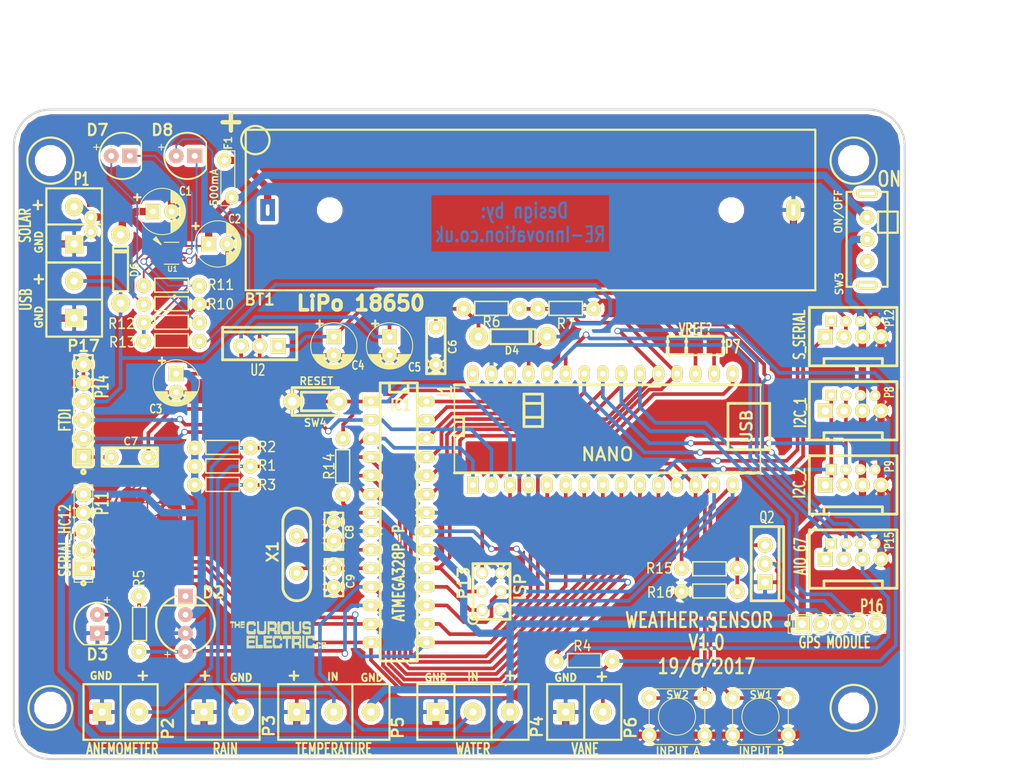
<source format=kicad_pcb>
(kicad_pcb (version 4) (host pcbnew 4.0.4-stable)
  (title_block (date "29 dec 2014"))
  (layers (0 Front signal) (31 Back signal) (34 B.Paste user) (35 F.Paste user) (36 B.SilkS user) (37 F.SilkS user) (38 B.Mask user) (39 F.Mask user) (44 Edge.Cuts user))
  (net 0 "")
  (net 1 GND)
  (net 2 /Vss)
  (net 3 +3.3V)
  (net 4 /VANE)
  (net 5 /VBATT)
  (net 6 /LED_WS2811)
  (net 7 /SDA)
  (net 8 /SCLK)
  (net 9 /Tx)
  (net 10 /Rx)
  (net 11 /SW_A)
  (net 12 /SW_B)
  (net 13 /Tx_SOFT)
  (net 14 /Rx_SOFT)
  (net 15 /A6)
  (net 16 /A7)
  (net 17 "/Solar Charging/LiPoOUT+")
  (net 18 "/Solar Charging/PVIN+")
  (net 19 "Net-(C2-Pad1)")
  (net 20 "/Solar Charging/3V3")
  (net 21 RESET)
  (net 22 "Net-(C7-Pad2)")
  (net 23 "Net-(C8-Pad1)")
  (net 24 "Net-(C9-Pad1)")
  (net 25 "Net-(D3-Pad2)")
  (net 26 /VUSB)
  (net 27 "Net-(D7-Pad2)")
  (net 28 "Net-(D7-Pad1)")
  (net 29 "Net-(D8-Pad2)")
  (net 30 "Net-(D8-Pad1)")
  (net 31 /WIND_SPEED)
  (net 32 /RAIN_FALL)
  (net 33 /TEMPERATURE)
  (net 34 /MOISTURE)
  (net 35 /WIRELESS_CS)
  (net 36 /GPS_CS)
  (net 37 "/Arduino Nano or IC/D13")
  (net 38 "/Arduino Nano or IC/3V3_NANO")
  (net 39 "Net-(Q2-Pad3)")
  (net 40 "Net-(R10-Pad1)")
  (net 41 "Net-(R11-Pad1)")
  (net 42 "Net-(R11-Pad2)")
  (net 43 /Tx_SOFT2)
  (net 44 /Rx_SOFT2)
  (net 45 "Net-(P16-Pad2)")
  (module REInnovationFootprint:SIL_2_screw_+_JST_2mm (layer Front) (at 63.5 39.37 90)
    (fp_text reference P1 (at 8.89 1.016 360) (layer F.SilkS) (effects (font (size 1.72974 1.08712) (thickness 0.27178))))
    (fp_text value SOLAR (at 2.54 -6.731 270) (layer F.SilkS) (effects (font (size 1.524 1.016) (thickness 0.254))))
    (fp_text user GND (at 0.254 -4.826 90) (layer F.SilkS) (effects (font (thickness 0.25))))
    (fp_text user + (at 5.334 -5.08 90) (layer F.SilkS) (effects (font (thickness 0.3048))))
    (pad 1 thru_hole rect (at 0 0 90) (size 2.49936 2.49936) (drill 1.00076) (layers *.Cu *.Mask F.SilkS) (net 1 GND))
    (pad 2 thru_hole circle (at 5.08 0 90) (size 2.49936 2.49936) (drill 1.00076) (layers *.Cu *.Mask F.SilkS) (net 18 "/Solar Charging/PVIN+"))
    (pad 1 thru_hole circle (at 1.651 2.286 90) (size 1.8 1.8) (drill 0.8) (layers *.Cu *.Mask F.SilkS) (net 1 GND))
    (pad 2 thru_hole circle (at 3.683 2.286 90) (size 1.8 1.8) (drill 0.8) (layers *.Cu *.Mask F.SilkS) (net 18 "/Solar Charging/PVIN+"))
  )
  (module REInnovationFootprint:TH_LiIon_Holder (layer Front) (at 86.995 45.72)
    (fp_text reference BT1 (at 1.905 1.27 180) (layer F.SilkS) (effects (font (thickness 0.3048))))
    (fp_text value "LiPo 18650" (at 15.748 1.778) (layer F.SilkS) (effects (font (size 2 2) (thickness 0.5))))
    (fp_text user + (at -2.032 -23.241) (layer F.SilkS) (effects (font (size 3 3) (thickness 0.6))))
    (pad "" np_thru_hole circle (at 66.5 -11) (size 2.5 2.5) (drill 2.5) (layers *.Cu *.Mask))
    (pad 1 thru_hole rect (at 3 -11) (size 2 3) (drill oval 0.5 1.6) (layers *.Cu *.Mask) (net 17 "/Solar Charging/LiPoOUT+"))
    (pad 2 thru_hole oval (at 75 -11) (size 2 3) (drill oval 0.5 1.6) (layers *.Cu *.Mask F.SilkS) (net 1 GND))
    (pad "" np_thru_hole circle (at 11.5 -11) (size 2.5 2.5) (drill 2.5) (layers *.Cu *.Mask))
  )
  (module REInnovationFootprint:C_1V7_TH (layer Front) (at 75.565 34.925)
    (fp_text reference C1 (at 3.175 -2.794) (layer F.SilkS) (effects (font (size 1.143 0.889) (thickness 0.2032))))
    (fp_text value 1uF hide)
    (fp_text user + (at -3.429 -2.032) (layer F.SilkS) (effects (font (size 1.143 1.143) (thickness 0.28702))))
    (pad 1 thru_hole rect (at -1.27 0) (size 2.032 2.032) (drill 0.8001) (layers *.Cu *.Mask F.SilkS) (net 18 "/Solar Charging/PVIN+"))
    (pad 2 thru_hole circle (at 1.27 0) (size 2.032 2.032) (drill 0.8001) (layers *.Cu *.Mask F.SilkS) (net 1 GND))
  )
  (module REInnovationFootprint:C_1V7_TH (layer Front) (at 83.185 39.37)
    (fp_text reference C2 (at 2.286 -3.429) (layer F.SilkS) (effects (font (size 1.143 0.889) (thickness 0.2032))))
    (fp_text value 1uF hide)
    (fp_text user + (at -3.048 -2.54) (layer F.SilkS) (effects (font (size 1.143 1.143) (thickness 0.28702))))
    (pad 1 thru_hole rect (at -1.27 0) (size 2.032 2.032) (drill 0.8001) (layers *.Cu *.Mask F.SilkS) (net 19 "Net-(C2-Pad1)"))
    (pad 2 thru_hole circle (at 1.27 0) (size 2.032 2.032) (drill 0.8001) (layers *.Cu *.Mask F.SilkS) (net 1 GND))
  )
  (module REInnovationFootprint:C_1V7_TH (layer Front) (at 77.47 58.42 270)
    (fp_text reference C3 (at 3.556 2.794 360) (layer F.SilkS) (effects (font (size 1.143 0.889) (thickness 0.2032))))
    (fp_text value 10uF hide)
    (fp_text user + (at -3.048 2.032 270) (layer F.SilkS) (effects (font (size 1.143 1.143) (thickness 0.28702))))
    (pad 1 thru_hole rect (at -1.27 0 270) (size 2.032 2.032) (drill 0.8001) (layers *.Cu *.Mask F.SilkS) (net 2 /Vss))
    (pad 2 thru_hole circle (at 1.27 0 270) (size 2.032 2.032) (drill 0.8001) (layers *.Cu *.Mask F.SilkS) (net 1 GND))
  )
  (module REInnovationFootprint:C_1V7_TH (layer Front) (at 99.06 53.34 270)
    (fp_text reference C4 (at 2.667 -3.302 360) (layer F.SilkS) (effects (font (size 1.143 0.889) (thickness 0.2032))))
    (fp_text value 10uF hide)
    (fp_text user + (at -3.048 2.032 270) (layer F.SilkS) (effects (font (size 1.143 1.143) (thickness 0.28702))))
    (pad 1 thru_hole rect (at -1.27 0 270) (size 2.032 2.032) (drill 0.8001) (layers *.Cu *.Mask F.SilkS) (net 20 "/Solar Charging/3V3"))
    (pad 2 thru_hole circle (at 1.27 0 270) (size 2.032 2.032) (drill 0.8001) (layers *.Cu *.Mask F.SilkS) (net 1 GND))
  )
  (module REInnovationFootprint:C_1V7_TH (layer Front) (at 106.68 53.34 270)
    (fp_text reference C5 (at 2.921 -3.429 360) (layer F.SilkS) (effects (font (size 1.143 0.889) (thickness 0.2032))))
    (fp_text value 100uF hide)
    (fp_text user + (at -3.048 2.032 270) (layer F.SilkS) (effects (font (size 1.143 1.143) (thickness 0.28702))))
    (pad 1 thru_hole rect (at -1.27 0 270) (size 2.032 2.032) (drill 0.8001) (layers *.Cu *.Mask F.SilkS) (net 2 /Vss))
    (pad 2 thru_hole circle (at 1.27 0 270) (size 2.032 2.032) (drill 0.8001) (layers *.Cu *.Mask F.SilkS) (net 1 GND))
  )
  (module matts_components:C1_wide_lg_pad (layer Front) (at 113.03 52.07 270)
    (fp_text reference C6 (at 1.397 -2.286 270) (layer F.SilkS) (effects (font (size 1.016 1.016) (thickness 0.2032))))
    (fp_text value 100nF hide)
    (pad 1 thru_hole circle (at -1.27 0 270) (size 1.905 1.905) (drill 0.8001) (layers *.Cu *.Mask F.SilkS) (net 2 /Vss))
    (pad 2 thru_hole circle (at 3.81 0 270) (size 1.905 1.905) (drill 0.8001) (layers *.Cu *.Mask F.SilkS) (net 1 GND))
  )
  (module matts_components:C1_wide_lg_pad (layer Front) (at 72.39 68.58 180)
    (fp_text reference C7 (at 1.143 2.159 180) (layer F.SilkS) (effects (font (size 1.016 1.016) (thickness 0.2032))))
    (fp_text value 100nF hide)
    (pad 1 thru_hole circle (at -1.27 0 180) (size 1.905 1.905) (drill 0.8001) (layers *.Cu *.Mask F.SilkS) (net 21 RESET))
    (pad 2 thru_hole circle (at 3.81 0 180) (size 1.905 1.905) (drill 0.8001) (layers *.Cu *.Mask F.SilkS) (net 22 "Net-(C7-Pad2)"))
  )
  (module matts_components:C1_lg_pad (layer Front) (at 99.06 78.74 90)
    (fp_text reference C8 (at -0.127 2.159 90) (layer F.SilkS) (effects (font (size 1.016 1.016) (thickness 0.2032))))
    (fp_text value 22pF hide)
    (pad 1 thru_hole circle (at -1.27 0 90) (size 2.032 2.032) (drill 0.8001) (layers *.Cu *.Mask F.SilkS) (net 23 "Net-(C8-Pad1)"))
    (pad 2 thru_hole circle (at 1.27 0 90) (size 2.032 2.032) (drill 0.8001) (layers *.Cu *.Mask F.SilkS) (net 1 GND))
  )
  (module matts_components:C1_lg_pad (layer Front) (at 99.06 85.09 270)
    (fp_text reference C9 (at 0.508 -2.286 270) (layer F.SilkS) (effects (font (size 1.016 1.016) (thickness 0.2032))))
    (fp_text value 22pF hide)
    (pad 1 thru_hole circle (at -1.27 0 270) (size 2.032 2.032) (drill 0.8001) (layers *.Cu *.Mask F.SilkS) (net 24 "Net-(C9-Pad1)"))
    (pad 2 thru_hole circle (at 1.27 0 270) (size 2.032 2.032) (drill 0.8001) (layers *.Cu *.Mask F.SilkS) (net 1 GND))
  )
  (module REInnovationFootprint:TH_WS2811_LED_8mm (layer Front) (at 78.74 91.44 90)
    (fp_text reference D2 (at 4.318 3.81 180) (layer F.SilkS) (effects (font (thickness 0.3048))))
    (fp_text value LED hide)
    (fp_text user + (at -4.191 -2.54 90) (layer F.SilkS))
    (pad 4 thru_hole circle (at -3.81 0 90) (size 2.032 2.032) (drill 0.8128) (layers *.Cu *.SilkS *.Mask F.Paste) (net 6 /LED_WS2811))
    (pad 3 thru_hole circle (at -1.27 0 90) (size 2.032 2.032) (drill 0.8128) (layers *.Cu *.SilkS *.Mask F.Paste) (net 1 GND))
    (pad 2 thru_hole circle (at 1.27 0 90) (size 2.032 2.032) (drill 0.8128) (layers *.Cu *.SilkS *.Mask F.Paste) (net 2 /Vss))
    (pad 1 thru_hole rect (at 3.81 0 90) (size 2.032 2.032) (drill 0.8128) (layers *.Cu *.SilkS *.Mask F.Paste))
  )
  (module REInnovationFootprint:TH_LED-5MM_larg_pad (layer Front) (at 66.675 91.44 270)
    (fp_text reference D3 (at 4.191 0 360) (layer F.SilkS) (effects (font (thickness 0.3048))))
    (fp_text value DATA hide)
    (fp_text user + (at -3.302 -1.27 270) (layer F.SilkS))
    (pad 2 thru_hole circle (at -1.27 0 270) (size 2.032 2.032) (drill 0.8128) (layers *.Cu *.SilkS *.Mask F.Paste) (net 25 "Net-(D3-Pad2)"))
    (pad 1 thru_hole rect (at 1.27 0 270) (size 2.032 2.032) (drill 0.8128) (layers *.Cu *.SilkS *.Mask F.Paste) (net 1 GND))
  )
  (module REInnovationFootprint:TH_Diode_1 (layer Front) (at 123.19 52.07)
    (fp_text reference D4 (at 0.254 1.905) (layer F.SilkS) (effects (font (size 1.016 1.016) (thickness 0.2032))))
    (fp_text value D_Schottky hide)
    (pad 1 thru_hole circle (at 5.08 0) (size 2.54 2.54) (drill 1.00076) (layers *.Cu *.Mask F.SilkS) (net 26 /VUSB))
    (pad 2 thru_hole circle (at -4.318 0) (size 2.54 2.54) (drill 1.00076) (layers *.Cu *.Mask F.SilkS) (net 2 /Vss))
  )
  (module REInnovationFootprint:TH_Diode_1 (layer Front) (at 69.85 43.18 90)
    (fp_text reference D6 (at 0.254 1.905 90) (layer F.SilkS) (effects (font (size 1.016 1.016) (thickness 0.2032))))
    (fp_text value D_Schottky hide)
    (pad 1 thru_hole circle (at 5.08 0 90) (size 2.54 2.54) (drill 1.00076) (layers *.Cu *.Mask F.SilkS) (net 18 "/Solar Charging/PVIN+"))
    (pad 2 thru_hole circle (at -4.318 0 90) (size 2.54 2.54) (drill 1.00076) (layers *.Cu *.Mask F.SilkS) (net 26 /VUSB))
  )
  (module REInnovationFootprint:TH_LED-5MM_larg_pad (layer Front) (at 69.85 27.305)
    (fp_text reference D7 (at -3.175 -3.556) (layer F.SilkS) (effects (font (thickness 0.3048))))
    (fp_text value CHG hide)
    (fp_text user + (at -3.302 -1.27) (layer F.SilkS))
    (pad 2 thru_hole circle (at -1.27 0) (size 2.032 2.032) (drill 0.8128) (layers *.Cu *.SilkS *.Mask F.Paste) (net 27 "Net-(D7-Pad2)"))
    (pad 1 thru_hole rect (at 1.27 0) (size 2.032 2.032) (drill 0.8128) (layers *.Cu *.SilkS *.Mask F.Paste) (net 28 "Net-(D7-Pad1)"))
  )
  (module REInnovationFootprint:TH_LED-5MM_larg_pad (layer Front) (at 78.74 27.305)
    (fp_text reference D8 (at -3.175 -3.556) (layer F.SilkS) (effects (font (thickness 0.3048))))
    (fp_text value PG hide)
    (fp_text user + (at -3.302 -1.27) (layer F.SilkS))
    (pad 2 thru_hole circle (at -1.27 0) (size 2.032 2.032) (drill 0.8128) (layers *.Cu *.SilkS *.Mask F.Paste) (net 29 "Net-(D8-Pad2)"))
    (pad 1 thru_hole rect (at 1.27 0) (size 2.032 2.032) (drill 0.8128) (layers *.Cu *.SilkS *.Mask F.Paste) (net 30 "Net-(D8-Pad1)"))
  )
  (module REInnovationFootprint:DIP-28__300_ELL (layer Front) (at 107.95 77.47 270)
    (fp_text reference IC1 (at -16.002 -0.254 360) (layer F.SilkS) (effects (font (size 1.524 1.143) (thickness 0.28702))))
    (fp_text value ATMEGA328P-P (at 6.985 0 270) (layer F.SilkS) (effects (font (size 1.524 1.143) (thickness 0.28702))))
    (pad 2 thru_hole oval (at -13.97 3.81 270) (size 1.5748 2.286) (drill 0.8128) (layers *.Cu *.Mask F.SilkS) (net 10 /Rx))
    (pad 3 thru_hole oval (at -11.43 3.81 270) (size 1.5748 2.286) (drill 0.8128) (layers *.Cu *.Mask F.SilkS) (net 9 /Tx))
    (pad 4 thru_hole oval (at -8.89 3.81 270) (size 1.5748 2.286) (drill 0.8128) (layers *.Cu *.Mask F.SilkS) (net 31 /WIND_SPEED))
    (pad 5 thru_hole oval (at -6.35 3.81 270) (size 1.5748 2.286) (drill 0.8128) (layers *.Cu *.Mask F.SilkS) (net 32 /RAIN_FALL))
    (pad 6 thru_hole oval (at -3.81 3.81 270) (size 1.5748 2.286) (drill 0.8128) (layers *.Cu *.Mask F.SilkS) (net 33 /TEMPERATURE))
    (pad 7 thru_hole oval (at -1.27 3.81 270) (size 1.5748 2.286) (drill 0.8128) (layers *.Cu *.Mask F.SilkS) (net 2 /Vss))
    (pad 8 thru_hole oval (at 1.27 3.81 270) (size 1.5748 2.286) (drill 0.8128) (layers *.Cu *.Mask F.SilkS) (net 1 GND))
    (pad 9 thru_hole oval (at 3.81 3.81 270) (size 1.5748 2.286) (drill 0.8128) (layers *.Cu *.Mask F.SilkS) (net 23 "Net-(C8-Pad1)"))
    (pad 10 thru_hole oval (at 6.35 3.81 270) (size 1.5748 2.286) (drill 0.8128) (layers *.Cu *.Mask F.SilkS) (net 24 "Net-(C9-Pad1)"))
    (pad 11 thru_hole oval (at 8.89 3.81 270) (size 1.5748 2.286) (drill 0.8128) (layers *.Cu *.Mask F.SilkS) (net 34 /MOISTURE))
    (pad 12 thru_hole oval (at 11.43 3.81 270) (size 1.5748 2.286) (drill 0.8128) (layers *.Cu *.Mask F.SilkS) (net 6 /LED_WS2811))
    (pad 13 thru_hole oval (at 13.97 3.81 270) (size 1.5748 2.286) (drill 0.8128) (layers *.Cu *.Mask F.SilkS) (net 35 /WIRELESS_CS))
    (pad 14 thru_hole oval (at 16.51 3.81 270) (size 1.5748 2.286) (drill 0.8128) (layers *.Cu *.Mask F.SilkS) (net 13 /Tx_SOFT))
    (pad 1 thru_hole rect (at -16.51 3.81 270) (size 1.5748 2.286) (drill 0.8128) (layers *.Cu *.Mask F.SilkS) (net 21 RESET))
    (pad 15 thru_hole oval (at 16.51 -3.81 270) (size 1.5748 2.286) (drill 0.8128) (layers *.Cu *.Mask F.SilkS) (net 14 /Rx_SOFT))
    (pad 16 thru_hole oval (at 13.97 -3.81 270) (size 1.5748 2.286) (drill 0.8128) (layers *.Cu *.Mask F.SilkS) (net 36 /GPS_CS))
    (pad 17 thru_hole oval (at 11.43 -3.81 270) (size 1.5748 2.286) (drill 0.8128) (layers *.Cu *.Mask F.SilkS) (net 11 /SW_A))
    (pad 18 thru_hole oval (at 8.89 -3.81 270) (size 1.5748 2.286) (drill 0.8128) (layers *.Cu *.Mask F.SilkS) (net 12 /SW_B))
    (pad 19 thru_hole oval (at 6.35 -3.81 270) (size 1.5748 2.286) (drill 0.8128) (layers *.Cu *.Mask F.SilkS) (net 37 "/Arduino Nano or IC/D13"))
    (pad 20 thru_hole oval (at 3.81 -3.81 270) (size 1.5748 2.286) (drill 0.8128) (layers *.Cu *.Mask F.SilkS) (net 2 /Vss))
    (pad 21 thru_hole oval (at 1.27 -3.81 270) (size 1.5748 2.286) (drill 0.8128) (layers *.Cu *.Mask F.SilkS) (net 3 +3.3V))
    (pad 22 thru_hole oval (at -1.27 -3.81 270) (size 1.5748 2.286) (drill 0.8128) (layers *.Cu *.Mask F.SilkS) (net 1 GND))
    (pad 23 thru_hole oval (at -3.81 -3.81 270) (size 1.5748 2.286) (drill 0.8128) (layers *.Cu *.Mask F.SilkS) (net 5 /VBATT))
    (pad 24 thru_hole oval (at -6.35 -3.81 270) (size 1.5748 2.286) (drill 0.8128) (layers *.Cu *.Mask F.SilkS) (net 4 /VANE))
    (pad 25 thru_hole oval (at -8.89 -3.81 270) (size 1.5748 2.286) (drill 0.8128) (layers *.Cu *.Mask F.SilkS) (net 43 /Tx_SOFT2))
    (pad 26 thru_hole oval (at -11.43 -3.81 270) (size 1.5748 2.286) (drill 0.8128) (layers *.Cu *.Mask F.SilkS) (net 44 /Rx_SOFT2))
    (pad 27 thru_hole oval (at -13.97 -3.81 270) (size 1.5748 2.286) (drill 0.8128) (layers *.Cu *.Mask F.SilkS) (net 7 /SDA))
    (pad 28 thru_hole oval (at -16.51 -3.81 270) (size 1.5748 2.286) (drill 0.8128) (layers *.Cu *.Mask F.SilkS) (net 8 /SCLK))
  )
  (module REInnovationFootprint:NANO_DIP_30_600 (layer Front) (at 142.24 64.77)
    (fp_text reference J1 (at -27.94 -5.08 90) (layer F.SilkS) (effects (font (size 1.778 1.143) (thickness 0.3048))))
    (fp_text value NANO (at -5.715 3.429) (layer F.SilkS) (effects (font (size 1.778 1.778) (thickness 0.3048))))
    (fp_text user USB (at 13.335 -0.381 90) (layer F.SilkS) (effects (font (thickness 0.3048))))
    (pad 1 thru_hole rect (at -24.13 7.62) (size 1.5748 2.286) (drill 0.8128) (layers *.Cu *.Mask F.SilkS) (net 9 /Tx))
    (pad 2 thru_hole oval (at -21.59 7.62) (size 1.5748 2.286) (drill 0.8128) (layers *.Cu *.Mask F.SilkS) (net 10 /Rx))
    (pad 3 thru_hole oval (at -19.05 7.62) (size 1.5748 2.286) (drill 0.8128) (layers *.Cu *.Mask F.SilkS) (net 21 RESET))
    (pad 4 thru_hole oval (at -16.51 7.62) (size 1.5748 2.286) (drill 0.8128) (layers *.Cu *.Mask F.SilkS) (net 1 GND))
    (pad 5 thru_hole oval (at -13.97 7.62) (size 1.5748 2.286) (drill 0.8128) (layers *.Cu *.Mask F.SilkS) (net 31 /WIND_SPEED))
    (pad 6 thru_hole oval (at -11.43 7.62) (size 1.5748 2.286) (drill 0.8128) (layers *.Cu *.Mask F.SilkS) (net 32 /RAIN_FALL))
    (pad 7 thru_hole oval (at -8.89 7.62) (size 1.5748 2.286) (drill 0.8128) (layers *.Cu *.Mask F.SilkS) (net 33 /TEMPERATURE))
    (pad 8 thru_hole oval (at -6.35 7.62) (size 1.5748 2.286) (drill 0.8128) (layers *.Cu *.Mask F.SilkS) (net 34 /MOISTURE))
    (pad 9 thru_hole oval (at -3.81 7.62) (size 1.5748 2.286) (drill 0.8128) (layers *.Cu *.Mask F.SilkS) (net 6 /LED_WS2811))
    (pad 10 thru_hole oval (at -1.27 7.62) (size 1.5748 2.286) (drill 0.8128) (layers *.Cu *.Mask F.SilkS) (net 35 /WIRELESS_CS))
    (pad 11 thru_hole oval (at 1.27 7.62) (size 1.5748 2.286) (drill 0.8128) (layers *.Cu *.Mask F.SilkS) (net 13 /Tx_SOFT))
    (pad 12 thru_hole oval (at 3.81 7.62) (size 1.5748 2.286) (drill 0.8128) (layers *.Cu *.Mask F.SilkS) (net 14 /Rx_SOFT))
    (pad 13 thru_hole oval (at 6.35 7.62) (size 1.5748 2.286) (drill 0.8128) (layers *.Cu *.Mask F.SilkS) (net 36 /GPS_CS))
    (pad 14 thru_hole oval (at 8.89 7.62) (size 1.5748 2.286) (drill 0.8128) (layers *.Cu *.Mask F.SilkS) (net 11 /SW_A))
    (pad 15 thru_hole oval (at 11.43 7.62) (size 1.5748 2.286) (drill 0.8128) (layers *.Cu *.Mask F.SilkS) (net 12 /SW_B))
    (pad 16 thru_hole oval (at 11.43 -7.62) (size 1.5748 2.286) (drill 0.8128) (layers *.Cu *.Mask F.SilkS) (net 37 "/Arduino Nano or IC/D13"))
    (pad 17 thru_hole oval (at 8.89 -7.62) (size 1.5748 2.286) (drill 0.8128) (layers *.Cu *.Mask F.SilkS) (net 38 "/Arduino Nano or IC/3V3_NANO"))
    (pad 18 thru_hole oval (at 6.35 -7.62) (size 1.5748 2.286) (drill 0.8128) (layers *.Cu *.Mask F.SilkS) (net 3 +3.3V))
    (pad 19 thru_hole oval (at 3.81 -7.62) (size 1.5748 2.286) (drill 0.8128) (layers *.Cu *.Mask F.SilkS) (net 5 /VBATT))
    (pad 20 thru_hole oval (at 1.27 -7.62) (size 1.5748 2.286) (drill 0.8128) (layers *.Cu *.Mask F.SilkS) (net 4 /VANE))
    (pad 21 thru_hole oval (at -1.27 -7.62) (size 1.5748 2.286) (drill 0.8128) (layers *.Cu *.Mask F.SilkS) (net 43 /Tx_SOFT2))
    (pad 22 thru_hole oval (at -3.81 -7.62) (size 1.5748 2.286) (drill 0.8128) (layers *.Cu *.Mask F.SilkS) (net 44 /Rx_SOFT2))
    (pad 23 thru_hole oval (at -6.35 -7.62) (size 1.5748 2.286) (drill 0.8128) (layers *.Cu *.Mask F.SilkS) (net 7 /SDA))
    (pad 24 thru_hole oval (at -8.89 -7.62) (size 1.5748 2.286) (drill 0.8128) (layers *.Cu *.Mask F.SilkS) (net 8 /SCLK))
    (pad 25 thru_hole oval (at -11.43 -7.62) (size 1.5748 2.286) (drill 0.8128) (layers *.Cu *.Mask F.SilkS) (net 15 /A6))
    (pad 26 thru_hole oval (at -13.97 -7.62) (size 1.5748 2.286) (drill 0.8128) (layers *.Cu *.Mask F.SilkS) (net 16 /A7))
    (pad 27 thru_hole oval (at -16.51 -7.62) (size 1.5748 2.286) (drill 0.8128) (layers *.Cu *.Mask F.SilkS) (net 26 /VUSB))
    (pad 28 thru_hole oval (at -19.05 -7.62) (size 1.5748 2.286) (drill 0.8128) (layers *.Cu *.Mask F.SilkS) (net 21 RESET))
    (pad 29 thru_hole oval (at -21.59 -7.62) (size 1.5748 2.286) (drill 0.8128) (layers *.Cu *.Mask F.SilkS) (net 1 GND))
    (pad 30 thru_hole oval (at -24.13 -7.62) (size 1.5748 2.286) (drill 0.8128) (layers *.Cu *.Mask F.SilkS))
  )
  (module CuriousElectric3:CEC_Globe_10mm_FCU (layer Front) (at 73.533 76.581)
    (fp_text reference LOGO1 hide)
    (fp_text value CONN_1 hide)
    (fp_poly (pts (xy 0.230092 -4.822486) (xy 0.792908 -4.777429) (xy 1.267235 -4.688807) (xy 1.340706 -4.667542) (xy 2.157578 -4.328299) (xy 2.906366 -3.848203) (xy 3.436072 -3.372761) (xy 3.895128 -2.844669) (xy 4.241358 -2.322757) (xy 4.515748 -1.74238) (xy 4.585661 -1.559568) (xy 4.694208 -1.134991) (xy 4.761463 -0.602005) (xy 4.786724 -0.016601) (xy 4.769288 0.565234) (xy 4.708454 1.087509) (xy 4.623268 1.439333) (xy 4.251352 2.306343) (xy 3.758998 3.062829) (xy 3.153541 3.700203) (xy 2.442312 4.209878) (xy 2.105847 4.38761) (xy 1.727794 4.554278) (xy 1.34502 4.700212) (xy 1.024552 4.800467) (xy 0.948332 4.818372) (xy 0.590714 4.866643) (xy 0.138732 4.892962) (xy -0.333906 4.896002) (xy -0.753492 4.874436) (xy -0.931334 4.852214) (xy -1.397145 4.736206) (xy -1.917506 4.546832) (xy -2.413737 4.315238) (xy -2.683125 4.158727) (xy -3.248282 3.720076) (xy -2.794 3.720076) (xy -2.723212 3.790508) (xy -2.53362 3.912526) (xy -2.259386 4.065085) (xy -2.106863 4.14341) (xy -1.742472 4.318379) (xy -1.472379 4.43308) (xy -1.310818 4.483029) (xy -1.27202 4.463741) (xy -1.359776 4.378807) (xy -1.496247 4.269403) (xy -1.575752 4.204574) (xy -0.925894 4.204574) (xy -0.868603 4.341183) (xy -0.758702 4.471368) (xy -0.609663 4.59228) (xy -0.467889 4.653021) (xy -0.378369 4.643933) (xy -0.379736 4.628244) (xy 0.360409 4.628244) (xy 0.402507 4.646152) (xy 0.458702 4.628721) (xy 0.645329 4.57917) (xy 0.718202 4.572) (xy 0.837498 4.523907) (xy 1.038601 4.39991) (xy 1.149702 4.322145) (xy 1.511351 4.322145) (xy 1.525151 4.349207) (xy 1.637851 4.317468) (xy 1.651 4.312843) (xy 1.883427 4.213103) (xy 2.163446 4.070201) (xy 2.260457 4.015442) (xy 2.536293 3.839645) (xy 2.657844 3.722174) (xy 2.62795 3.658231) (xy 2.481496 3.642408) (xy 2.241535 3.713368) (xy 1.932671 3.926596) (xy 1.820333 4.023471) (xy 1.606421 4.219246) (xy 1.511351 4.322145) (xy 1.149702 4.322145) (xy 1.280736 4.230428) (xy 1.523129 4.045881) (xy 1.725007 3.876688) (xy 1.845597 3.75327) (xy 1.862666 3.718156) (xy 1.787142 3.671251) (xy 1.59677 3.643708) (xy 1.49492 3.640666) (xy 1.278331 3.653337) (xy 1.118297 3.712591) (xy 0.959046 3.850292) (xy 0.790977 4.042833) (xy 0.545686 4.34238) (xy 0.405149 4.532252) (xy 0.360409 4.628244) (xy -0.379736 4.628244) (xy -0.386092 4.555355) (xy -0.388599 4.550833) (xy -0.522195 4.362262) (xy -0.678414 4.202742) (xy -0.811145 4.1151) (xy -0.858974 4.113939) (xy -0.925894 4.204574) (xy -1.575752 4.204574) (xy -1.708706 4.096164) (xy -1.876496 3.958166) (xy -2.206667 3.73062) (xy -2.309146 3.698) (xy -1.862667 3.698) (xy -1.803602 3.782977) (xy -1.655475 3.927497) (xy -1.5875 3.986346) (xy -1.414453 4.124509) (xy -1.329278 4.158385) (xy -1.293209 4.096099) (xy -1.284472 4.049855) (xy -1.283022 3.848459) (xy -1.302981 3.761509) (xy -1.341434 3.73225) (xy -0.762 3.73225) (xy -0.714139 3.832567) (xy -0.594367 4.010218) (xy -0.4384 4.218718) (xy -0.281957 4.411577) (xy -0.160755 4.542309) (xy -0.116801 4.572) (xy -0.099198 4.495397) (xy -0.087526 4.297806) (xy -0.084667 4.106333) (xy -0.084667 3.640666) (xy 0.084666 3.640666) (xy 0.08846 4.1275) (xy 0.092254 4.614333) (xy 0.46946 4.193318) (xy 0.660959 3.970404) (xy 0.796726 3.794853) (xy 0.846666 3.706485) (xy 0.770958 3.667224) (xy 0.579417 3.64368) (xy 0.465666 3.640666) (xy 0.084666 3.640666) (xy -0.084667 3.640666) (xy -0.423334 3.640666) (xy -0.635502 3.660978) (xy -0.753397 3.711741) (xy -0.762 3.73225) (xy -1.341434 3.73225) (xy -1.395683 3.690973) (xy -1.564703 3.647262) (xy -1.740008 3.638322) (xy -1.85156 3.6721) (xy -1.862667 3.698) (xy -2.309146 3.698) (xy -2.483261 3.642578) (xy -2.527554 3.640666) (xy -2.711226 3.662681) (xy -2.793663 3.716072) (xy -2.794 3.720076) (xy -3.248282 3.720076) (xy -3.271249 3.70225) (xy -3.808462 3.140101) (xy -4.266574 2.510811) (xy -4.533182 2.010833) (xy -4.233017 2.010833) (xy -4.178475 2.167604) (xy -4.035999 2.406897) (xy -3.835777 2.689908) (xy -3.608002 2.977831) (xy -3.382863 3.231864) (xy -3.19055 3.4132) (xy -3.093657 3.475295) (xy -2.877856 3.531343) (xy -2.644773 3.549618) (xy -2.469682 3.526676) (xy -2.433093 3.505536) (xy -2.450226 3.415203) (xy -2.546802 3.233849) (xy -2.660337 3.061036) (xy -2.862439 2.758868) (xy -3.059312 2.440438) (xy -3.135613 2.307166) (xy -3.259051 2.098237) (xy -3.298381 2.061206) (xy -3.048 2.061206) (xy -3.001712 2.192223) (xy -2.880931 2.416216) (xy -2.712787 2.690711) (xy -2.524409 2.973234) (xy -2.342926 3.221309) (xy -2.201563 3.386437) (xy -1.986062 3.511331) (xy -1.732527 3.538716) (xy -1.508553 3.46951) (xy -1.42444 3.387458) (xy -0.532896 3.387458) (xy -0.511343 3.511738) (xy -0.352842 3.544441) (xy -0.309511 3.539675) (xy -0.206551 3.505842) (xy -0.14874 3.414156) (xy -0.120758 3.223487) (xy -0.113644 3.070894) (xy 0.083959 3.070894) (xy 0.092513 3.331435) (xy 0.135354 3.491521) (xy 0.145014 3.503458) (xy 0.259335 3.53471) (xy 0.477659 3.543366) (xy 0.589514 3.538736) (xy 0.783913 3.52087) (xy 0.91714 3.476714) (xy 0.951281 3.444301) (xy 1.318578 3.444301) (xy 1.320044 3.483809) (xy 1.434653 3.536221) (xy 1.645996 3.553824) (xy 1.885244 3.537356) (xy 2.08357 3.487555) (xy 2.109152 3.475354) (xy 2.120173 3.465684) (xy 2.455333 3.465684) (xy 2.518506 3.549278) (xy 2.677627 3.550474) (xy 2.887094 3.479816) (xy 3.101308 3.347846) (xy 3.152497 3.304481) (xy 3.315695 3.149825) (xy 3.361178 3.075912) (xy 3.299169 3.05255) (xy 3.2385 3.050481) (xy 3.084796 3.000149) (xy 3.048 2.921) (xy 3.007622 2.808251) (xy 2.973382 2.794) (xy 2.877714 2.857553) (xy 2.736618 3.012111) (xy 2.591861 3.20352) (xy 2.485208 3.377626) (xy 2.455333 3.465684) (xy 2.120173 3.465684) (xy 2.23373 3.366049) (xy 2.409473 3.160803) (xy 2.579079 2.931187) (xy 2.748036 2.677322) (xy 2.831541 2.5109) (xy 2.843586 2.382307) (xy 2.798162 2.241929) (xy 2.783158 2.207499) (xy 2.693082 2.04516) (xy 2.573344 1.969303) (xy 2.362513 1.94792) (xy 2.283866 1.947333) (xy 1.899735 1.947333) (xy 1.587582 2.679476) (xy 1.456422 3.004776) (xy 1.362527 3.272427) (xy 1.318578 3.444301) (xy 0.951281 3.444301) (xy 1.025305 3.374026) (xy 1.144516 3.180561) (xy 1.281327 2.921) (xy 1.48774 2.521428) (xy 1.613378 2.249383) (xy 1.652113 2.080399) (xy 1.597813 1.990009) (xy 1.44435 1.953746) (xy 1.185594 1.947145) (xy 1.037386 1.947333) (xy 0.370029 1.947333) (xy 0.227347 2.246539) (xy 0.155045 2.472446) (xy 0.106026 2.765898) (xy 0.083959 3.070894) (xy -0.113644 3.070894) (xy -0.110603 3.005666) (xy -0.106733 2.744351) (xy -0.118935 2.63965) (xy -0.149645 2.679394) (xy -0.166175 2.728232) (xy -0.273097 2.964785) (xy -0.414252 3.182684) (xy -0.532896 3.387458) (xy -1.42444 3.387458) (xy -1.412439 3.375752) (xy -1.386179 3.256523) (xy -1.425702 3.06063) (xy -1.538351 2.758926) (xy -1.609701 2.592585) (xy -1.825083 2.102487) (xy -1.628362 2.102487) (xy -1.574817 2.282258) (xy -1.50802 2.455333) (xy -1.40357 2.689592) (xy -1.321413 2.843327) (xy -1.289898 2.878666) (xy -1.273971 2.804178) (xy -1.284178 2.617131) (xy -1.294766 2.527797) (xy -1.378806 2.222201) (xy -1.52516 2.058202) (xy -1.625142 2.033296) (xy -1.628362 2.102487) (xy -1.825083 2.102487) (xy -1.893269 1.947333) (xy -2.470635 1.947333) (xy -2.798436 1.957141) (xy -2.982402 1.989791) (xy -3.04707 2.050124) (xy -3.048 2.061206) (xy -3.298381 2.061206) (xy -3.372433 1.991485) (xy -3.537482 1.952617) (xy -3.783258 1.947333) (xy -4.03334 1.958116) (xy -4.196617 1.985844) (xy -4.233017 2.010833) (xy -4.533182 2.010833) (xy -4.617393 1.852911) (xy -4.827654 1.227619) (xy -4.890095 0.802586) (xy -4.917063 0.277066) (xy -4.91441 0.074936) (xy -4.682062 0.074936) (xy -4.630807 0.623818) (xy -4.58302 0.968185) (xy -4.51233 1.29212) (xy -4.453096 1.47535) (xy -4.366988 1.654808) (xy -4.266794 1.744198) (xy -4.09524 1.774802) (xy -3.898987 1.778) (xy -3.656373 1.76669) (xy -3.502075 1.737743) (xy -3.472756 1.7145) (xy -3.489326 1.608371) (xy -3.532525 1.377223) (xy -3.594605 1.061846) (xy -3.629553 0.889) (xy -3.736269 0.365632) (xy -3.556 0.365632) (xy -3.530312 0.614517) (xy -3.464284 0.931058) (xy -3.374469 1.254782) (xy -3.277422 1.525221) (xy -3.198328 1.672166) (xy -3.057982 1.734824) (xy -2.776495 1.770851) (xy -2.525797 1.778) (xy -1.939661 1.778) (xy -1.995403 1.4605) (xy -2.065894 1.065064) (xy -2.102674 0.899609) (xy -1.933783 0.899609) (xy -1.912685 0.984172) (xy -1.843164 1.077889) (xy -1.758292 1.030157) (xy -1.704002 0.914571) (xy -1.759656 0.831144) (xy -1.872452 0.771611) (xy -1.914049 0.785159) (xy -1.933783 0.899609) (xy -2.102674 0.899609) (xy -2.124913 0.799573) (xy -2.192658 0.627628) (xy -2.289327 0.51283) (xy -2.435121 0.418778) (xy -2.628192 0.320195) (xy -2.871408 0.213542) (xy -2.000616 0.213542) (xy -1.998726 0.218591) (xy -1.952165 0.409319) (xy -1.947334 0.472591) (xy -1.882083 0.567612) (xy -1.735393 0.588175) (xy -1.580863 0.527928) (xy -1.556227 0.506359) (xy -1.42059 0.476619) (xy -1.190395 0.519108) (xy -0.912998 0.613678) (xy -0.635755 0.740174) (xy -0.40602 0.878447) (xy -0.27115 1.008345) (xy -0.254 1.060507) (xy -0.207591 1.171776) (xy -0.169334 1.185333) (xy -0.12509 1.107575) (xy -0.094799 0.901593) (xy -0.084667 0.635) (xy -0.084667 0.084666) (xy 0.084666 0.084666) (xy 0.084666 0.663743) (xy 0.089747 0.974021) (xy 0.114192 1.159117) (xy 0.171807 1.263089) (xy 0.276398 1.329998) (xy 0.296333 1.339261) (xy 0.46271 1.47561) (xy 0.508 1.606851) (xy 0.522654 1.694536) (xy 0.590116 1.745871) (xy 0.745633 1.770417) (xy 1.024454 1.777735) (xy 1.13902 1.778) (xy 1.77004 1.778) (xy 1.951566 1.778) (xy 2.372783 1.778) (xy 2.629064 1.767447) (xy 2.755623 1.726633) (xy 2.791259 1.641819) (xy 2.791307 1.629833) (xy 2.739589 1.444154) (xy 2.738311 1.441966) (xy 4.179576 1.441966) (xy 4.195587 1.531422) (xy 4.263019 1.579315) (xy 4.326654 1.476046) (xy 4.382656 1.30334) (xy 4.396715 1.23069) (xy 4.353366 1.216681) (xy 4.265648 1.286065) (xy 4.179576 1.441966) (xy 2.738311 1.441966) (xy 2.670122 1.32527) (xy 2.594044 1.154595) (xy 2.597206 1.050103) (xy 2.59231 0.946321) (xy 2.555983 0.931333) (xy 2.404556 0.903039) (xy 2.336434 0.880393) (xy 2.221888 0.895175) (xy 2.124584 1.045454) (xy 2.036949 1.34543) (xy 2.004375 1.502833) (xy 1.951566 1.778) (xy 1.77004 1.778) (xy 1.858214 1.4605) (xy 1.928803 1.168854) (xy 1.936439 1.004738) (xy 1.879453 0.937828) (xy 1.829104 0.931333) (xy 1.712553 0.87854) (xy 1.559361 0.747777) (xy 1.405443 0.580465) (xy 1.321536 0.465666) (xy 4.402666 0.465666) (xy 4.445 0.508) (xy 4.487333 0.465666) (xy 4.445 0.423333) (xy 4.402666 0.465666) (xy 1.321536 0.465666) (xy 1.286715 0.418025) (xy 1.239091 0.301879) (xy 1.257624 0.272236) (xy 1.313721 0.221203) (xy 4.17777 0.221203) (xy 4.191 0.254) (xy 4.267082 0.33477) (xy 4.280663 0.338666) (xy 4.317029 0.27316) (xy 4.318 0.254) (xy 4.252912 0.172586) (xy 4.228336 0.169333) (xy 4.17777 0.221203) (xy 1.313721 0.221203) (xy 1.349655 0.188513) (xy 1.354666 0.162277) (xy 1.276925 0.125181) (xy 1.071281 0.097739) (xy 0.779101 0.085006) (xy 0.719666 0.084666) (xy 0.084666 0.084666) (xy -0.084667 0.084666) (xy -0.54635 0.084666) (xy -0.852468 0.102932) (xy -1.121586 0.149528) (xy -1.22598 0.18397) (xy -1.414542 0.240896) (xy -1.53692 0.190107) (xy -1.54323 0.18397) (xy -1.701912 0.105241) (xy -1.846326 0.084666) (xy -1.992198 0.113332) (xy -2.000616 0.213542) (xy -2.871408 0.213542) (xy -2.917827 0.193187) (xy -3.183413 0.108077) (xy -3.323167 0.086085) (xy -3.482885 0.105406) (xy -3.546115 0.200351) (xy -3.556 0.365632) (xy -3.736269 0.365632) (xy -3.784928 0.127) (xy -4.682062 0.074936) (xy -4.91441 0.074936) (xy -4.909689 -0.284567) (xy -4.907376 -0.314964) (xy -4.681503 -0.314964) (xy -4.660606 -0.166865) (xy -4.581808 -0.085116) (xy -4.580939 -0.084606) (xy -4.377671 -0.022376) (xy -4.11845 -0.006567) (xy -3.894791 -0.039618) (xy -3.839175 -0.064844) (xy -3.789619 -0.172407) (xy -3.773305 -0.249236) (xy -3.582063 -0.249236) (xy -3.54219 -0.111114) (xy -3.538127 -0.105834) (xy -3.420725 -0.010267) (xy -3.284267 -0.042763) (xy -3.227997 -0.076285) (xy -3.164121 -0.151943) (xy -3.179166 -0.21732) (xy -2.577938 -0.21732) (xy -2.577195 -0.073945) (xy -2.556087 -0.04431) (xy -2.423416 -0.006362) (xy -2.287625 -0.085643) (xy -2.216612 -0.233699) (xy -2.222485 -0.285045) (xy -2.032 -0.285045) (xy -2.005539 -0.117697) (xy -1.947481 -0.03885) (xy -1.889814 -0.080602) (xy -1.875894 -0.128398) (xy -1.898878 -0.303163) (xy -1.939394 -0.364594) (xy -2.012271 -0.395348) (xy -2.032 -0.285045) (xy -2.222485 -0.285045) (xy -2.233743 -0.383468) (xy -2.313418 -0.409684) (xy -1.68182 -0.409684) (xy -1.677171 -0.207141) (xy -1.560256 -0.077755) (xy -1.502834 -0.059753) (xy -1.149355 -0.019873) (xy -0.747014 -0.014651) (xy -0.394933 -0.044676) (xy -0.34925 -0.052917) (xy -0.084667 -0.105834) (xy -0.084667 -0.898073) (xy 0.084666 -0.898073) (xy 0.086744 -0.507216) (xy 0.108852 -0.254636) (xy 0.174797 -0.109318) (xy 0.30839 -0.040249) (xy 0.533439 -0.016414) (xy 0.766557 -0.009822) (xy 1.025354 -0.021249) (xy 1.212578 -0.094911) (xy 1.344176 -0.209102) (xy 3.916564 -0.209102) (xy 3.933518 -0.174967) (xy 4.014251 -0.087434) (xy 4.029102 -0.149163) (xy 4.008549 -0.215319) (xy 3.946216 -0.307525) (xy 3.918062 -0.305618) (xy 3.916564 -0.209102) (xy 1.344176 -0.209102) (xy 1.408952 -0.265309) (xy 1.44106 -0.298116) (xy 1.622003 -0.509478) (xy 1.70228 -0.698122) (xy 1.714678 -0.945562) (xy 1.713501 -0.975449) (xy 1.714299 -1.03373) (xy 2.218321 -1.03373) (xy 2.2421 -0.952774) (xy 2.402633 -0.931334) (xy 2.603176 -0.882818) (xy 2.70541 -0.809061) (xy 2.85349 -0.718846) (xy 3.083092 -0.658314) (xy 3.117944 -0.65396) (xy 3.341011 -0.628692) (xy 3.48684 -0.609057) (xy 3.498708 -0.6069) (xy 3.544194 -0.661657) (xy 3.540311 -0.740834) (xy 3.525376 -0.762) (xy 3.725333 -0.762) (xy 3.75422 -0.679535) (xy 3.762669 -0.677334) (xy 3.834955 -0.736663) (xy 3.852333 -0.762) (xy 3.84562 -0.840019) (xy 3.814996 -0.846667) (xy 3.728778 -0.785207) (xy 3.725333 -0.762) (xy 3.525376 -0.762) (xy 3.466036 -0.846094) (xy 3.272072 -0.902588) (xy 3.146044 -0.91538) (xy 2.907233 -0.9502) (xy 2.818523 -1.01366) (xy 2.822574 -1.05301) (xy 2.788136 -1.16682) (xy 2.668427 -1.253945) (xy 2.490812 -1.296987) (xy 2.351126 -1.210121) (xy 2.336461 -1.194315) (xy 2.218321 -1.03373) (xy 1.714299 -1.03373) (xy 1.716853 -1.219971) (xy 1.762123 -1.333715) (xy 1.828373 -1.354667) (xy 1.927907 -1.418249) (xy 1.931371 -1.502834) (xy 1.898271 -1.569773) (xy 1.809673 -1.615224) (xy 1.635947 -1.644629) (xy 1.347464 -1.663429) (xy 0.993829 -1.675032) (xy 0.084666 -1.699063) (xy 0.084666 -0.898073) (xy -0.084667 -0.898073) (xy -0.084667 -1.693334) (xy -0.371942 -1.693334) (xy -0.603192 -1.656065) (xy -0.707952 -1.566334) (xy -0.818663 -1.453742) (xy -0.881981 -1.439334) (xy -1.038384 -1.379147) (xy -1.223724 -1.235434) (xy -1.378208 -1.063469) (xy -1.442027 -0.921625) (xy -1.492325 -0.765379) (xy -1.569027 -0.639985) (xy -1.68182 -0.409684) (xy -2.313418 -0.409684) (xy -2.354904 -0.423334) (xy -2.490377 -0.359148) (xy -2.577938 -0.21732) (xy -3.179166 -0.21732) (xy -3.192722 -0.276224) (xy -3.267418 -0.413656) (xy -3.384003 -0.58721) (xy -3.470359 -0.674782) (xy -3.479718 -0.677334) (xy -3.54336 -0.605412) (xy -3.579964 -0.438358) (xy -3.582063 -0.249236) (xy -3.773305 -0.249236) (xy -3.739437 -0.408728) (xy -3.696229 -0.733435) (xy -3.680088 -0.910215) (xy -3.618826 -1.693334) (xy -3.997345 -1.693334) (xy -4.233702 -1.684369) (xy -4.360327 -1.628679) (xy -4.436782 -1.483066) (xy -4.480937 -1.342631) (xy -4.561314 -1.03092) (xy -4.634197 -0.679176) (xy -4.651444 -0.577995) (xy -4.681503 -0.314964) (xy -4.907376 -0.314964) (xy -4.869101 -0.817937) (xy -4.796432 -1.25867) (xy -4.783062 -1.311956) (xy -4.563451 -1.896058) (xy -4.193813 -1.896058) (xy -4.100031 -1.80539) (xy -3.915218 -1.818235) (xy -3.741888 -1.865711) (xy -3.666382 -1.893397) (xy -3.667984 -1.97903) (xy -3.690716 -2.179264) (xy -3.711991 -2.331015) (xy -3.726317 -2.427327) (xy -1.592512 -2.427327) (xy -1.501466 -2.373732) (xy -1.448392 -2.370667) (xy -1.281665 -2.444955) (xy -1.195452 -2.657896) (xy -1.185334 -2.800925) (xy -1.141084 -2.942392) (xy -1.026117 -2.963446) (xy -0.867107 -2.8822) (xy -0.690728 -2.716766) (xy -0.523655 -2.485253) (xy -0.42191 -2.282563) (xy -0.354984 -2.080886) (xy -0.374541 -1.984774) (xy -0.407132 -1.966846) (xy -0.47178 -1.889189) (xy -0.461198 -1.855436) (xy -0.401436 -1.78742) (xy -0.304983 -1.797737) (xy -0.218592 -1.829392) (xy -0.125014 -1.954265) (xy -0.088371 -2.206698) (xy 0.084666 -2.206698) (xy 0.096443 -1.989739) (xy 0.158922 -1.887438) (xy 0.312828 -1.845413) (xy 0.359833 -1.839248) (xy 0.903063 -1.793185) (xy 1.293438 -1.808514) (xy 1.528679 -1.8851) (xy 1.560285 -1.911048) (xy 1.660702 -2.103343) (xy 1.671391 -2.343214) (xy 1.606344 -2.574973) (xy 1.479555 -2.742935) (xy 1.338419 -2.794) (xy 1.187837 -2.851813) (xy 1.118161 -2.979876) (xy 1.158535 -3.110127) (xy 1.19171 -3.136609) (xy 1.259352 -3.230199) (xy 1.24253 -3.273025) (xy 1.129498 -3.284911) (xy 1.013298 -3.235295) (xy 0.830341 -3.152137) (xy 0.729178 -3.132667) (xy 0.613805 -3.065486) (xy 0.473633 -2.898106) (xy 0.434551 -2.836334) (xy 0.304791 -2.649729) (xy 0.19511 -2.546947) (xy 0.172188 -2.54) (xy 0.117025 -2.464975) (xy 0.086689 -2.277889) (xy 0.084666 -2.206698) (xy -0.088371 -2.206698) (xy -0.084979 -2.230064) (xy -0.099169 -2.646842) (xy -0.138509 -2.99385) (xy -0.181909 -3.310492) (xy 1.452764 -3.310492) (xy 1.487982 -3.207163) (xy 1.566333 -3.132667) (xy 1.667963 -2.968164) (xy 1.693333 -2.827919) (xy 1.768321 -2.620531) (xy 1.905 -2.489881) (xy 2.056669 -2.359984) (xy 2.116666 -2.250863) (xy 2.183276 -2.078781) (xy 2.339635 -2.00725) (xy 2.463588 -2.036419) (xy 2.612356 -2.139496) (xy 2.66272 -2.19441) (xy 2.635411 -2.286) (xy 2.921 -2.286) (xy 2.927712 -2.207982) (xy 2.958336 -2.201334) (xy 3.044554 -2.262794) (xy 3.048 -2.286) (xy 3.019113 -2.368466) (xy 3.010663 -2.370667) (xy 2.938377 -2.311338) (xy 2.921 -2.286) (xy 2.635411 -2.286) (xy 2.634259 -2.289862) (xy 2.502037 -2.422275) (xy 2.478082 -2.440332) (xy 2.407082 -2.497667) (xy 3.132666 -2.497667) (xy 3.175 -2.455334) (xy 3.217333 -2.497667) (xy 3.175 -2.54) (xy 3.132666 -2.497667) (xy 2.407082 -2.497667) (xy 2.327586 -2.561862) (xy 2.317381 -2.596445) (xy 3.414888 -2.596445) (xy 3.426511 -2.546111) (xy 3.471333 -2.54) (xy 3.541023 -2.570979) (xy 3.527777 -2.596445) (xy 3.427298 -2.606578) (xy 3.414888 -2.596445) (xy 2.317381 -2.596445) (xy 2.301797 -2.64925) (xy 2.376708 -2.751667) (xy 2.963333 -2.751667) (xy 3.005666 -2.709334) (xy 3.048 -2.751667) (xy 3.005666 -2.794) (xy 2.963333 -2.751667) (xy 2.376708 -2.751667) (xy 2.385136 -2.763189) (xy 2.392979 -2.771878) (xy 2.518291 -2.945047) (xy 2.509928 -3.086093) (xy 2.399877 -3.231834) (xy 2.233756 -3.334501) (xy 2.568769 -3.334501) (xy 2.582333 -3.302) (xy 2.694492 -3.220495) (xy 2.719326 -3.217334) (xy 2.76523 -3.2695) (xy 2.751666 -3.302) (xy 2.639507 -3.383506) (xy 2.614673 -3.386667) (xy 2.568769 -3.334501) (xy 2.233756 -3.334501) (xy 2.219661 -3.343212) (xy 1.924514 -3.385557) (xy 1.849544 -3.386667) (xy 1.571276 -3.368524) (xy 1.452764 -3.310492) (xy -0.181909 -3.310492) (xy -0.19235 -3.386667) (xy -0.633386 -3.386667) (xy -0.934903 -3.366136) (xy -1.14458 -3.282285) (xy -1.311741 -3.101727) (xy -1.471457 -2.819372) (xy -1.582071 -2.567368) (xy -1.592512 -2.427327) (xy -3.726317 -2.427327) (xy -3.760308 -2.655826) (xy -1.857042 -2.655826) (xy -1.791591 -2.624667) (xy -1.709884 -2.693324) (xy -1.615172 -2.855868) (xy -1.547758 -3.012415) (xy -1.566433 -3.030775) (xy -1.686249 -2.927413) (xy -1.828239 -2.766177) (xy -1.857042 -2.655826) (xy -3.760308 -2.655826) (xy -3.774566 -2.751667) (xy -4.009985 -2.383956) (xy -4.164205 -2.091346) (xy -4.193813 -1.896058) (xy -4.563451 -1.896058) (xy -4.491556 -2.087275) (xy -4.054312 -2.805426) (xy -3.490567 -3.447418) (xy -3.251913 -3.641911) (xy -0.931334 -3.641911) (xy -0.855189 -3.592904) (xy -0.660498 -3.561799) (xy -0.508 -3.556) (xy -0.084667 -3.556) (xy -0.084667 -3.725334) (xy 1.524 -3.725334) (xy 1.573608 -3.592549) (xy 1.735666 -3.556) (xy 1.894797 -3.58397) (xy 1.947333 -3.637688) (xy 1.881773 -3.731343) (xy 1.737291 -3.834295) (xy 1.592188 -3.89295) (xy 1.571899 -3.894667) (xy 1.532927 -3.823487) (xy 1.524 -3.725334) (xy -0.084667 -3.725334) (xy -0.084667 -3.841967) (xy -0.12383 -4.076313) (xy -0.188867 -4.187445) (xy 1.652532 -4.187445) (xy 1.723728 -4.084948) (xy 1.873504 -3.947193) (xy 2.068442 -3.799935) (xy 2.275126 -3.668929) (xy 2.46014 -3.57993) (xy 2.566163 -3.55623) (xy 2.72481 -3.581131) (xy 2.750576 -3.642431) (xy 2.638617 -3.742749) (xy 2.427101 -3.880982) (xy 2.170334 -4.027002) (xy 1.922626 -4.150683) (xy 1.738283 -4.221898) (xy 1.693333 -4.228929) (xy 1.652532 -4.187445) (xy -0.188867 -4.187445) (xy -0.219535 -4.239848) (xy -0.220984 -4.241066) (xy -0.318038 -4.292295) (xy -0.423392 -4.255697) (xy -0.578597 -4.111637) (xy -0.644317 -4.04101) (xy -0.810195 -3.844098) (xy -0.913855 -3.690434) (xy -0.931334 -3.641911) (xy -3.251913 -3.641911) (xy -3.147055 -3.727365) (xy -1.800971 -3.727365) (xy -1.776232 -3.686847) (xy -1.616581 -3.680257) (xy -1.533774 -3.682047) (xy -1.337738 -3.703248) (xy -1.17415 -3.775181) (xy -0.99478 -3.927529) (xy -0.803953 -4.131208) (xy -0.620061 -4.346642) (xy -0.504711 -4.50367) (xy -0.480373 -4.571339) (xy -0.483969 -4.572) (xy -0.601193 -4.528508) (xy -0.813255 -4.416138) (xy -1.075528 -4.262052) (xy -1.343387 -4.093411) (xy -1.572204 -3.937376) (xy -1.716809 -3.821647) (xy -1.800971 -3.727365) (xy -3.147055 -3.727365) (xy -2.919375 -3.912913) (xy -2.320782 -3.912913) (xy -2.282398 -3.847994) (xy -2.223174 -3.786709) (xy -2.156305 -3.771337) (xy -2.049252 -3.815132) (xy -1.869476 -3.931349) (xy -1.5875 -4.131052) (xy -1.372071 -4.289856) (xy -1.226119 -4.406628) (xy -1.185334 -4.449187) (xy -1.254859 -4.446036) (xy -1.431743 -4.391942) (xy -1.668447 -4.304377) (xy -1.917433 -4.200814) (xy -2.113033 -4.108213) (xy -2.285016 -4.00137) (xy -2.320782 -3.912913) (xy -2.919375 -3.912913) (xy -2.819555 -3.994261) (xy -2.060513 -4.426966) (xy -1.360467 -4.690843) (xy -0.909478 -4.779735) (xy -0.35833 -4.823435) (xy 0.230092 -4.822486)) (layer Front) (width 0.01))
    (pad 1 smd circle (at 0 0) (size 0.01 0.01) (layers Front F.Paste F.Mask) (clearance 5))
  )
  (module CuriousElectric3:TCEC_Words_13mm (layer Front) (at 84.582 90.805)
    (fp_text reference LOGO2 hide)
    (fp_text value CONN_1 hide)
  )
  (module REInnovationFootprint:SIL-2_screw_terminal (layer Front) (at 67.31 103.505)
    (fp_text reference P2 (at 9.017 2.286 90) (layer F.SilkS) (effects (font (thickness 0.3048))))
    (fp_text value ANEMOMETER (at 2.794 5.08) (layer F.SilkS) (effects (font (size 1.524 1.016) (thickness 0.254))))
    (fp_text user GND (at -0.127 -4.953 180) (layer F.SilkS) (effects (font (thickness 0.25))))
    (fp_text user + (at 5.588 -5.08) (layer F.SilkS) (effects (font (thickness 0.3048))))
    (pad 1 thru_hole rect (at 0 0) (size 2.49936 2.49936) (drill 1.00076) (layers *.Cu *.Mask F.SilkS) (net 1 GND))
    (pad 2 thru_hole circle (at 5.08 0) (size 2.49936 2.49936) (drill 1.00076) (layers *.Cu *.Mask F.SilkS) (net 31 /WIND_SPEED))
  )
  (module REInnovationFootprint:SIL-2_screw_terminal (layer Front) (at 81.28 103.505)
    (fp_text reference P3 (at 8.89 1.905 90) (layer F.SilkS) (effects (font (thickness 0.3048))))
    (fp_text value RAIN (at 2.921 5.08) (layer F.SilkS) (effects (font (size 1.524 1.016) (thickness 0.254))))
    (fp_text user GND (at 5.08 -4.699 180) (layer F.SilkS) (effects (font (thickness 0.25))))
    (fp_text user + (at 0.127 -5.08) (layer F.SilkS) (effects (font (thickness 0.3048))))
    (pad 1 thru_hole rect (at 0 0) (size 2.49936 2.49936) (drill 1.00076) (layers *.Cu *.Mask F.SilkS) (net 1 GND))
    (pad 2 thru_hole circle (at 5.08 0) (size 2.49936 2.49936) (drill 1.00076) (layers *.Cu *.Mask F.SilkS) (net 32 /RAIN_FALL))
  )
  (module REInnovationFootprint:SIL-3_screw_terminal (layer Front) (at 113.03 103.505)
    (fp_text reference P4 (at 13.843 2.032 270) (layer F.SilkS) (effects (font (thickness 0.3048))))
    (fp_text value WATER (at 5.08 5.08) (layer F.SilkS) (effects (font (size 1.524 1.016) (thickness 0.254))))
    (fp_text user IN (at 5.08 -4.826) (layer F.SilkS) (effects (font (thickness 0.25))))
    (fp_text user GND (at 0 -4.699 180) (layer F.SilkS) (effects (font (thickness 0.25))))
    (fp_text user + (at 10.16 -5.08) (layer F.SilkS) (effects (font (thickness 0.3048))))
    (pad 3 thru_hole circle (at 10.16 0) (size 2.49936 2.49936) (drill 1.00076) (layers *.Cu *.Mask F.SilkS) (net 2 /Vss))
    (pad 1 thru_hole rect (at 0 0) (size 2.49936 2.49936) (drill 1.00076) (layers *.Cu *.Mask F.SilkS) (net 1 GND))
    (pad 2 thru_hole circle (at 5.08 0) (size 2.49936 2.49936) (drill 1.00076) (layers *.Cu *.Mask F.SilkS) (net 34 /MOISTURE))
  )
  (module REInnovationFootprint:SIL-3_screw_terminal (layer Front) (at 93.98 103.505)
    (fp_text reference P5 (at 13.843 2.159 270) (layer F.SilkS) (effects (font (thickness 0.3048))))
    (fp_text value TEMPERATURE (at 5.08 5.08) (layer F.SilkS) (effects (font (size 1.524 1.016) (thickness 0.254))))
    (fp_text user IN (at 4.953 -4.826) (layer F.SilkS) (effects (font (thickness 0.25))))
    (fp_text user GND (at 10.287 -4.699 180) (layer F.SilkS) (effects (font (thickness 0.25))))
    (fp_text user + (at -0.381 -5.08) (layer F.SilkS) (effects (font (thickness 0.3048))))
    (pad 3 thru_hole circle (at 10.16 0) (size 2.49936 2.49936) (drill 1.00076) (layers *.Cu *.Mask F.SilkS) (net 2 /Vss))
    (pad 1 thru_hole rect (at 0 0) (size 2.49936 2.49936) (drill 1.00076) (layers *.Cu *.Mask F.SilkS) (net 1 GND))
    (pad 2 thru_hole circle (at 5.08 0) (size 2.49936 2.49936) (drill 1.00076) (layers *.Cu *.Mask F.SilkS) (net 33 /TEMPERATURE))
  )
  (module REInnovationFootprint:SIL-2_screw_terminal (layer Front) (at 130.81 103.505)
    (fp_text reference P6 (at 8.89 2.159 90) (layer F.SilkS) (effects (font (thickness 0.3048))))
    (fp_text value VANE (at 2.667 5.08) (layer F.SilkS) (effects (font (size 1.524 1.016) (thickness 0.254))))
    (fp_text user GND (at 0 -4.699 180) (layer F.SilkS) (effects (font (thickness 0.25))))
    (fp_text user + (at 4.953 -4.953) (layer F.SilkS) (effects (font (thickness 0.3048))))
    (pad 1 thru_hole rect (at 0 0) (size 2.49936 2.49936) (drill 1.00076) (layers *.Cu *.Mask F.SilkS) (net 1 GND))
    (pad 2 thru_hole circle (at 5.08 0) (size 2.49936 2.49936) (drill 1.00076) (layers *.Cu *.Mask F.SilkS) (net 4 /VANE))
  )
  (module REInnovationFootprint:SIL-3_solder_connect (layer Front) (at 148.59 53.34)
    (fp_text reference P7 (at 5.08 0.127) (layer F.SilkS) (effects (font (size 1.7907 1.07696) (thickness 0.26924))))
    (fp_text value VREF? (at 0 -2.286) (layer F.SilkS) (effects (font (size 1.524 1.016) (thickness 0.254))))
    (pad 1 smd rect (at -2.54 0) (size 2.032 2.032) (layers Front F.Paste F.Mask) (net 20 "/Solar Charging/3V3"))
    (pad 2 smd rect (at 0 0) (size 2.032 2.032) (layers Front F.Paste F.Mask) (net 3 +3.3V))
    (pad 3 smd rect (at 2.54 0) (size 2.032 2.032) (layers Front F.Paste F.Mask) (net 38 "/Arduino Nano or IC/3V3_NANO"))
  )
  (module matts_components:SIL-4_Grove_SIL (layer Front) (at 170.18 62.23)
    (fp_text reference P8 (at 4.953 -2.54 90) (layer F.SilkS) (effects (font (size 1.2 0.8) (thickness 0.2))))
    (fp_text value I2C_1 (at -7.239 0.254 90) (layer F.SilkS) (effects (font (size 1.524 1.016) (thickness 0.254))))
    (pad 1 thru_hole rect (at -3.81 0) (size 2.032 2.032) (drill 1.00076) (layers *.Cu *.Mask F.SilkS) (net 8 /SCLK))
    (pad 2 thru_hole circle (at -1.27 0) (size 2.032 2.032) (drill 1.00076) (layers *.Cu *.Mask F.SilkS) (net 7 /SDA))
    (pad 3 thru_hole circle (at 1.27 0) (size 2.032 2.032) (drill 1.00076) (layers *.Cu *.Mask F.SilkS) (net 2 /Vss))
    (pad 4 thru_hole circle (at 3.81 0) (size 2.032 2.032) (drill 1.00076) (layers *.Cu *.Mask F.SilkS) (net 1 GND))
    (pad 1 thru_hole rect (at -3 -2.111) (size 1.5 1.5) (drill 0.8) (layers *.Cu *.Mask F.SilkS) (net 8 /SCLK))
    (pad 2 thru_hole circle (at -1 -2.111) (size 1.5 1.5) (drill 0.8) (layers *.Cu *.Mask F.SilkS) (net 7 /SDA))
    (pad 3 thru_hole circle (at 1 -2.111) (size 1.5 1.5) (drill 0.8) (layers *.Cu *.Mask F.SilkS) (net 2 /Vss))
    (pad 4 thru_hole circle (at 3 -2.111) (size 1.5 1.5) (drill 0.8) (layers *.Cu *.Mask F.SilkS) (net 1 GND))
  )
  (module matts_components:SIL-4_Grove_SIL (layer Front) (at 170.18 72.39)
    (fp_text reference P9 (at 4.953 -2.54 90) (layer F.SilkS) (effects (font (size 1.2 0.8) (thickness 0.2))))
    (fp_text value I2C_2 (at -7.366 -0.254 90) (layer F.SilkS) (effects (font (size 1.524 1.016) (thickness 0.254))))
    (pad 1 thru_hole rect (at -3.81 0) (size 2.032 2.032) (drill 1.00076) (layers *.Cu *.Mask F.SilkS) (net 8 /SCLK))
    (pad 2 thru_hole circle (at -1.27 0) (size 2.032 2.032) (drill 1.00076) (layers *.Cu *.Mask F.SilkS) (net 7 /SDA))
    (pad 3 thru_hole circle (at 1.27 0) (size 2.032 2.032) (drill 1.00076) (layers *.Cu *.Mask F.SilkS) (net 2 /Vss))
    (pad 4 thru_hole circle (at 3.81 0) (size 2.032 2.032) (drill 1.00076) (layers *.Cu *.Mask F.SilkS) (net 1 GND))
    (pad 1 thru_hole rect (at -3 -2.111) (size 1.5 1.5) (drill 0.8) (layers *.Cu *.Mask F.SilkS) (net 8 /SCLK))
    (pad 2 thru_hole circle (at -1 -2.111) (size 1.5 1.5) (drill 0.8) (layers *.Cu *.Mask F.SilkS) (net 7 /SDA))
    (pad 3 thru_hole circle (at 1 -2.111) (size 1.5 1.5) (drill 0.8) (layers *.Cu *.Mask F.SilkS) (net 2 /Vss))
    (pad 4 thru_hole circle (at 3 -2.111) (size 1.5 1.5) (drill 0.8) (layers *.Cu *.Mask F.SilkS) (net 1 GND))
  )
  (module matts_components:SIL-5_large_pads_marker (layer Front) (at 64.77 77.47 90)
    (fp_text reference P11 (at 2.54 2.54 90) (layer F.SilkS) (effects (font (size 1.72974 1.08712) (thickness 0.27178))))
    (fp_text value SERIAL_HC12 (at -2.54 -2.54 90) (layer F.SilkS) (effects (font (size 1.524 1.016) (thickness 0.254))))
    (pad 1 thru_hole rect (at -6.35 0 90) (size 2.10058 2.10058) (drill 1.00076) (layers *.Cu *.Mask F.SilkS) (net 35 /WIRELESS_CS))
    (pad 2 thru_hole circle (at -3.81 0 90) (size 2.19964 2.19964) (drill 1.00076) (layers *.Cu *.Mask F.SilkS) (net 14 /Rx_SOFT))
    (pad 3 thru_hole circle (at -1.27 0 90) (size 2.19964 2.19964) (drill 1.00076) (layers *.Cu *.Mask F.SilkS) (net 13 /Tx_SOFT))
    (pad 4 thru_hole circle (at 1.27 0 90) (size 2.19964 2.19964) (drill 1.00076) (layers *.Cu *.Mask F.SilkS) (net 1 GND))
    (pad 5 thru_hole circle (at 3.81 0 90) (size 2.19964 2.19964) (drill 1.00076) (layers *.Cu *.Mask F.SilkS) (net 2 /Vss))
  )
  (module matts_components:SIL-4_Grove_SIL (layer Front) (at 170.18 52.07)
    (fp_text reference P12 (at 4.953 -2.54 90) (layer F.SilkS) (effects (font (size 1.2 0.8) (thickness 0.2))))
    (fp_text value S_SERIAL (at -7.366 -0.254 90) (layer F.SilkS) (effects (font (size 1.524 1.016) (thickness 0.254))))
    (pad 1 thru_hole rect (at -3.81 0) (size 2.032 2.032) (drill 1.00076) (layers *.Cu *.Mask F.SilkS) (net 14 /Rx_SOFT))
    (pad 2 thru_hole circle (at -1.27 0) (size 2.032 2.032) (drill 1.00076) (layers *.Cu *.Mask F.SilkS) (net 13 /Tx_SOFT))
    (pad 3 thru_hole circle (at 1.27 0) (size 2.032 2.032) (drill 1.00076) (layers *.Cu *.Mask F.SilkS) (net 2 /Vss))
    (pad 4 thru_hole circle (at 3.81 0) (size 2.032 2.032) (drill 1.00076) (layers *.Cu *.Mask F.SilkS) (net 1 GND))
    (pad 1 thru_hole rect (at -3 -2.111) (size 1.5 1.5) (drill 0.8) (layers *.Cu *.Mask F.SilkS) (net 14 /Rx_SOFT))
    (pad 2 thru_hole circle (at -1 -2.111) (size 1.5 1.5) (drill 0.8) (layers *.Cu *.Mask F.SilkS) (net 13 /Tx_SOFT))
    (pad 3 thru_hole circle (at 1 -2.111) (size 1.5 1.5) (drill 0.8) (layers *.Cu *.Mask F.SilkS) (net 2 /Vss))
    (pad 4 thru_hole circle (at 3 -2.111) (size 1.5 1.5) (drill 0.8) (layers *.Cu *.Mask F.SilkS) (net 1 GND))
  )
  (module matts_components:ISP_3x2 (layer Front) (at 120.65 86.36 90)
    (fp_text reference P13 (at 0.508 -3.81 270) (layer F.SilkS) (effects (font (thickness 0.3048))))
    (fp_text value ISP (at 0 3.937 90) (layer F.SilkS) (effects (font (thickness 0.3048))))
    (pad 1 thru_hole circle (at -3.175 -1.27 90) (size 1.6002 1.6002) (drill 1.00076) (layers *.Cu *.Mask F.SilkS) (net 12 /SW_B))
    (pad 2 thru_hole circle (at -3.175 1.27 90) (size 1.6002 1.6002) (drill 1.00076) (layers *.Cu *.Mask F.SilkS) (net 2 /Vss))
    (pad 3 thru_hole circle (at -0.635 -1.27 90) (size 1.6002 1.6002) (drill 1.00076) (layers *.Cu *.Mask F.SilkS) (net 37 "/Arduino Nano or IC/D13"))
    (pad 4 thru_hole circle (at -0.635 1.27 90) (size 1.6002 1.6002) (drill 1.00076) (layers *.Cu *.Mask F.SilkS) (net 11 /SW_A))
    (pad 5 thru_hole circle (at 1.905 -1.27 90) (size 1.6002 1.6002) (drill 1.00076) (layers *.Cu *.Mask F.SilkS) (net 21 RESET))
    (pad 6 thru_hole circle (at 1.905 1.27 90) (size 1.6002 1.6002) (drill 1.00076) (layers *.Cu *.Mask F.SilkS) (net 1 GND))
  )
  (module matts_components:SIL-6_large_pads_marker (layer Front) (at 64.77 62.23 90)
    (fp_text reference P14 (at 3.302 2.54 90) (layer F.SilkS) (effects (font (size 1.72974 1.08712) (thickness 0.27178))))
    (fp_text value FTDI (at -1.27 -2.54 90) (layer F.SilkS) (effects (font (size 1.524 1.016) (thickness 0.254))))
    (pad 1 thru_hole rect (at -6.35 0 90) (size 2.10058 2.10058) (drill 1.00076) (layers *.Cu *.Mask F.SilkS) (net 22 "Net-(C7-Pad2)"))
    (pad 2 thru_hole circle (at -3.81 0 90) (size 2.19964 2.19964) (drill 1.00076) (layers *.Cu *.Mask F.SilkS) (net 9 /Tx))
    (pad 3 thru_hole circle (at -1.27 0 90) (size 2.19964 2.19964) (drill 1.00076) (layers *.Cu *.Mask F.SilkS) (net 10 /Rx))
    (pad 4 thru_hole circle (at 1.27 0 90) (size 2.19964 2.19964) (drill 1.00076) (layers *.Cu *.Mask F.SilkS) (net 26 /VUSB))
    (pad 5 thru_hole circle (at 3.81 0 90) (size 2.19964 2.19964) (drill 1.00076) (layers *.Cu *.Mask F.SilkS) (net 1 GND))
    (pad 6 thru_hole circle (at 6.35 0 90) (size 2.19964 2.19964) (drill 1.00076) (layers *.Cu *.Mask F.SilkS) (net 1 GND))
  )
  (module matts_components:SIL-4_Grove_SIL (layer Front) (at 170.18 82.55)
    (fp_text reference P15 (at 4.953 -2.54 90) (layer F.SilkS) (effects (font (size 1.2 0.8) (thickness 0.2))))
    (fp_text value AIO_67 (at -7.239 -0.381 90) (layer F.SilkS) (effects (font (size 1.524 1.016) (thickness 0.254))))
    (pad 1 thru_hole rect (at -3.81 0) (size 2.032 2.032) (drill 1.00076) (layers *.Cu *.Mask F.SilkS) (net 16 /A7))
    (pad 2 thru_hole circle (at -1.27 0) (size 2.032 2.032) (drill 1.00076) (layers *.Cu *.Mask F.SilkS) (net 15 /A6))
    (pad 3 thru_hole circle (at 1.27 0) (size 2.032 2.032) (drill 1.00076) (layers *.Cu *.Mask F.SilkS) (net 3 +3.3V))
    (pad 4 thru_hole circle (at 3.81 0) (size 2.032 2.032) (drill 1.00076) (layers *.Cu *.Mask F.SilkS) (net 1 GND))
    (pad 1 thru_hole rect (at -3 -2.111) (size 1.5 1.5) (drill 0.8) (layers *.Cu *.Mask F.SilkS) (net 16 /A7))
    (pad 2 thru_hole circle (at -1 -2.111) (size 1.5 1.5) (drill 0.8) (layers *.Cu *.Mask F.SilkS) (net 15 /A6))
    (pad 3 thru_hole circle (at 1 -2.111) (size 1.5 1.5) (drill 0.8) (layers *.Cu *.Mask F.SilkS) (net 3 +3.3V))
    (pad 4 thru_hole circle (at 3 -2.111) (size 1.5 1.5) (drill 0.8) (layers *.Cu *.Mask F.SilkS) (net 1 GND))
  )
  (module matts_components:SIL-5_large_pads_marker (layer Front) (at 169.545 91.44)
    (fp_text reference P16 (at 3.175 -2.413) (layer F.SilkS) (effects (font (size 1.72974 1.08712) (thickness 0.27178))))
    (fp_text value "GPS MODULE" (at -1.905 2.54) (layer F.SilkS) (effects (font (size 1.524 1.016) (thickness 0.254))))
    (pad 1 thru_hole rect (at -6.35 0) (size 2.10058 2.10058) (drill 1.00076) (layers *.Cu *.Mask F.SilkS) (net 2 /Vss))
    (pad 2 thru_hole circle (at -3.81 0) (size 2.19964 2.19964) (drill 1.00076) (layers *.Cu *.Mask F.SilkS) (net 45 "Net-(P16-Pad2)"))
    (pad 3 thru_hole circle (at -1.27 0) (size 2.19964 2.19964) (drill 1.00076) (layers *.Cu *.Mask F.SilkS) (net 44 /Rx_SOFT2))
    (pad 4 thru_hole circle (at 1.27 0) (size 2.19964 2.19964) (drill 1.00076) (layers *.Cu *.Mask F.SilkS) (net 43 /Tx_SOFT2))
    (pad 5 thru_hole circle (at 3.81 0) (size 2.19964 2.19964) (drill 1.00076) (layers *.Cu *.Mask F.SilkS))
  )
  (module REInnovationFootprint:TH_Resistor_1 (layer Front) (at 83.82 69.85)
    (fp_text reference R1 (at 6.096 -0.127) (layer F.SilkS) (effects (font (size 1.397 1.27) (thickness 0.2032))))
    (fp_text value 10k hide)
    (pad 1 thru_hole circle (at -3.81 0) (size 2.032 2.032) (drill 0.8001) (layers *.Cu *.Mask F.SilkS) (net 2 /Vss))
    (pad 2 thru_hole circle (at 3.81 0) (size 2.032 2.032) (drill 0.8001) (layers *.Cu *.Mask F.SilkS) (net 32 /RAIN_FALL))
  )
  (module REInnovationFootprint:TH_Resistor_1 (layer Front) (at 83.82 67.31)
    (fp_text reference R2 (at 6.096 -0.127) (layer F.SilkS) (effects (font (size 1.397 1.27) (thickness 0.2032))))
    (fp_text value 10k hide)
    (pad 1 thru_hole circle (at -3.81 0) (size 2.032 2.032) (drill 0.8001) (layers *.Cu *.Mask F.SilkS) (net 2 /Vss))
    (pad 2 thru_hole circle (at 3.81 0) (size 2.032 2.032) (drill 0.8001) (layers *.Cu *.Mask F.SilkS) (net 31 /WIND_SPEED))
  )
  (module REInnovationFootprint:TH_Resistor_1 (layer Front) (at 83.82 72.39)
    (fp_text reference R3 (at 6.096 0) (layer F.SilkS) (effects (font (size 1.397 1.27) (thickness 0.2032))))
    (fp_text value 4k7 hide)
    (pad 1 thru_hole circle (at -3.81 0) (size 2.032 2.032) (drill 0.8001) (layers *.Cu *.Mask F.SilkS) (net 2 /Vss))
    (pad 2 thru_hole circle (at 3.81 0) (size 2.032 2.032) (drill 0.8001) (layers *.Cu *.Mask F.SilkS) (net 33 /TEMPERATURE))
  )
  (module REInnovationFootprint:TH_Resistor_1 (layer Front) (at 133.35 96.52)
    (fp_text reference R4 (at -0.254 -2.032) (layer F.SilkS) (effects (font (size 1.397 1.27) (thickness 0.2032))))
    (fp_text value 10k hide)
    (pad 1 thru_hole circle (at -3.81 0) (size 2.032 2.032) (drill 0.8001) (layers *.Cu *.Mask F.SilkS) (net 3 +3.3V))
    (pad 2 thru_hole circle (at 3.81 0) (size 2.032 2.032) (drill 0.8001) (layers *.Cu *.Mask F.SilkS) (net 4 /VANE))
  )
  (module REInnovationFootprint:TH_Resistor_1 (layer Front) (at 72.39 91.44 270)
    (fp_text reference R5 (at -6.223 0 270) (layer F.SilkS) (effects (font (size 1.397 1.27) (thickness 0.2032))))
    (fp_text value 330 hide)
    (pad 1 thru_hole circle (at -3.81 0 270) (size 2.032 2.032) (drill 0.8001) (layers *.Cu *.Mask F.SilkS) (net 25 "Net-(D3-Pad2)"))
    (pad 2 thru_hole circle (at 3.81 0 270) (size 2.032 2.032) (drill 0.8001) (layers *.Cu *.Mask F.SilkS) (net 6 /LED_WS2811))
  )
  (module REInnovationFootprint:TH_Resistor_1 (layer Front) (at 120.65 48.26)
    (fp_text reference R6 (at 0 1.778) (layer F.SilkS) (effects (font (size 1.397 1.27) (thickness 0.2032))))
    (fp_text value 100k hide)
    (pad 1 thru_hole circle (at -3.81 0) (size 2.032 2.032) (drill 0.8001) (layers *.Cu *.Mask F.SilkS) (net 2 /Vss))
    (pad 2 thru_hole circle (at 3.81 0) (size 2.032 2.032) (drill 0.8001) (layers *.Cu *.Mask F.SilkS) (net 5 /VBATT))
  )
  (module REInnovationFootprint:TH_Resistor_1 (layer Front) (at 130.81 48.26)
    (fp_text reference R7 (at 0 2.032) (layer F.SilkS) (effects (font (size 1.397 1.27) (thickness 0.2032))))
    (fp_text value 100k hide)
    (pad 1 thru_hole circle (at -3.81 0) (size 2.032 2.032) (drill 0.8001) (layers *.Cu *.Mask F.SilkS) (net 5 /VBATT))
    (pad 2 thru_hole circle (at 3.81 0) (size 2.032 2.032) (drill 0.8001) (layers *.Cu *.Mask F.SilkS) (net 1 GND))
  )
  (module REInnovationFootprint:TH_Resistor_1 (layer Front) (at 76.835 47.625)
    (fp_text reference R10 (at 6.731 0) (layer F.SilkS) (effects (font (size 1.397 1.27) (thickness 0.2032))))
    (fp_text value 1k hide)
    (pad 1 thru_hole circle (at -3.81 0) (size 2.032 2.032) (drill 0.8001) (layers *.Cu *.Mask F.SilkS) (net 40 "Net-(R10-Pad1)"))
    (pad 2 thru_hole circle (at 3.81 0) (size 2.032 2.032) (drill 0.8001) (layers *.Cu *.Mask F.SilkS) (net 1 GND))
  )
  (module REInnovationFootprint:TH_Resistor_1 (layer Front) (at 76.835 45.085)
    (fp_text reference R11 (at 6.731 -0.127) (layer F.SilkS) (effects (font (size 1.397 1.27) (thickness 0.2032))))
    (fp_text value 100k hide)
    (pad 1 thru_hole circle (at -3.81 0) (size 2.032 2.032) (drill 0.8001) (layers *.Cu *.Mask F.SilkS) (net 41 "Net-(R11-Pad1)"))
    (pad 2 thru_hole circle (at 3.81 0) (size 2.032 2.032) (drill 0.8001) (layers *.Cu *.Mask F.SilkS) (net 42 "Net-(R11-Pad2)"))
  )
  (module REInnovationFootprint:TH_Resistor_1 (layer Front) (at 76.835 50.165)
    (fp_text reference R12 (at -6.858 0.127) (layer F.SilkS) (effects (font (size 1.397 1.27) (thickness 0.2032))))
    (fp_text value 2.2k hide)
    (pad 1 thru_hole circle (at -3.81 0) (size 2.032 2.032) (drill 0.8001) (layers *.Cu *.Mask F.SilkS) (net 19 "Net-(C2-Pad1)"))
    (pad 2 thru_hole circle (at 3.81 0) (size 2.032 2.032) (drill 0.8001) (layers *.Cu *.Mask F.SilkS) (net 27 "Net-(D7-Pad2)"))
  )
  (module REInnovationFootprint:TH_Resistor_1 (layer Front) (at 76.835 52.705)
    (fp_text reference R13 (at -6.731 0.127 180) (layer F.SilkS) (effects (font (size 1.397 1.27) (thickness 0.2032))))
    (fp_text value 2.2k hide)
    (pad 1 thru_hole circle (at -3.81 0) (size 2.032 2.032) (drill 0.8001) (layers *.Cu *.Mask F.SilkS) (net 19 "Net-(C2-Pad1)"))
    (pad 2 thru_hole circle (at 3.81 0) (size 2.032 2.032) (drill 0.8001) (layers *.Cu *.Mask F.SilkS) (net 29 "Net-(D8-Pad2)"))
  )
  (module REInnovationFootprint:TH_Resistor_1 (layer Front) (at 100.33 69.85 90)
    (fp_text reference R14 (at 0 -1.905 90) (layer F.SilkS) (effects (font (size 1.397 1.27) (thickness 0.2032))))
    (fp_text value 10k hide)
    (pad 1 thru_hole circle (at -3.81 0 90) (size 2.032 2.032) (drill 0.8001) (layers *.Cu *.Mask F.SilkS) (net 2 /Vss))
    (pad 2 thru_hole circle (at 3.81 0 90) (size 2.032 2.032) (drill 0.8001) (layers *.Cu *.Mask F.SilkS) (net 21 RESET))
  )
  (module REInnovationFootprint:TH_Resistor_1 (layer Front) (at 150.495 83.82 180)
    (fp_text reference R15 (at 6.858 0 180) (layer F.SilkS) (effects (font (size 1.397 1.27) (thickness 0.2032))))
    (fp_text value 1k hide)
    (pad 1 thru_hole circle (at -3.81 0 180) (size 2.032 2.032) (drill 0.8001) (layers *.Cu *.Mask F.SilkS) (net 39 "Net-(Q2-Pad3)"))
    (pad 2 thru_hole circle (at 3.81 0 180) (size 2.032 2.032) (drill 0.8001) (layers *.Cu *.Mask F.SilkS) (net 36 /GPS_CS))
  )
  (module REInnovationFootprint:TH_Resistor_1 (layer Front) (at 150.495 86.995)
    (fp_text reference R16 (at -6.731 0.127) (layer F.SilkS) (effects (font (size 1.397 1.27) (thickness 0.2032))))
    (fp_text value 100k hide)
    (pad 1 thru_hole circle (at -3.81 0) (size 2.032 2.032) (drill 0.8001) (layers *.Cu *.Mask F.SilkS) (net 1 GND))
    (pad 2 thru_hole circle (at 3.81 0) (size 2.032 2.032) (drill 0.8001) (layers *.Cu *.Mask F.SilkS) (net 39 "Net-(Q2-Pad3)"))
  )
  (module REInnovationFootprint:SW_PUSH_SMALL_lg_pad (layer Front) (at 157.48 104.14)
    (fp_text reference SW1 (at 0.0762 -2.9972) (layer F.SilkS) (effects (font (size 1.016 1.016) (thickness 0.2032))))
    (fp_text value "INPUT B" (at 0.127 4.699) (layer F.SilkS) (effects (font (size 1.016 1.016) (thickness 0.2032))))
    (pad 1 thru_hole circle (at 3.81 -2.54) (size 2.032 2.032) (drill 1.00076) (layers *.Cu *.Mask F.SilkS) (net 12 /SW_B))
    (pad 2 thru_hole circle (at 3.81 2.54) (size 2.032 2.032) (drill 1.00076) (layers *.Cu *.Mask F.SilkS) (net 1 GND))
    (pad 1 thru_hole circle (at -3.81 -2.54) (size 2.032 2.032) (drill 1.00076) (layers *.Cu *.Mask F.SilkS) (net 12 /SW_B))
    (pad 2 thru_hole circle (at -3.81 2.54) (size 2.032 2.032) (drill 1.00076) (layers *.Cu *.Mask F.SilkS) (net 1 GND))
  )
  (module REInnovationFootprint:SW_PUSH_SMALL_lg_pad (layer Front) (at 146.05 104.14)
    (fp_text reference SW2 (at 0.0762 -2.9972) (layer F.SilkS) (effects (font (size 1.016 1.016) (thickness 0.2032))))
    (fp_text value "INPUT A" (at 0.127 4.699) (layer F.SilkS) (effects (font (size 1.016 1.016) (thickness 0.2032))))
    (pad 1 thru_hole circle (at 3.81 -2.54) (size 2.032 2.032) (drill 1.00076) (layers *.Cu *.Mask F.SilkS) (net 11 /SW_A))
    (pad 2 thru_hole circle (at 3.81 2.54) (size 2.032 2.032) (drill 1.00076) (layers *.Cu *.Mask F.SilkS) (net 1 GND))
    (pad 1 thru_hole circle (at -3.81 -2.54) (size 2.032 2.032) (drill 1.00076) (layers *.Cu *.Mask F.SilkS) (net 11 /SW_A))
    (pad 2 thru_hole circle (at -3.81 2.54) (size 2.032 2.032) (drill 1.00076) (layers *.Cu *.Mask F.SilkS) (net 1 GND))
  )
  (module matts_components:SW_PUSH_single_pins (layer Front) (at 96.52 60.96 180)
    (fp_text reference SW4 (at 0 -2.921 180) (layer F.SilkS) (effects (font (size 1.016 1.016) (thickness 0.2032))))
    (fp_text value RESET (at -0.127 2.794 180) (layer F.SilkS) (effects (font (size 1.016 1.016) (thickness 0.2032))))
    (pad 2 thru_hole circle (at 3.175 0 180) (size 2.4003 2.4003) (drill 1.19888) (layers *.Cu *.Mask F.SilkS) (net 1 GND))
    (pad 1 thru_hole circle (at -3.175 0 180) (size 2.4003 2.4003) (drill 1.19888) (layers *.Cu *.Mask F.SilkS) (net 21 RESET))
  )
  (module REInnovationFootprint:SM_WSON-10-2x3 (layer Front) (at 76.835 40.64)
    (fp_text reference U1 (at 0.127 2.159) (layer F.SilkS) (effects (font (size 0.7 0.7))))
    (fp_text value BQ24210 hide)
    (pad 10 smd rect (at 0.95 -1) (size 0.5 0.25) (layers Front F.Paste F.Mask) (net 19 "Net-(C2-Pad1)"))
    (pad 9 smd rect (at 0.95 -0.5) (size 0.5 0.25) (layers Front F.Paste F.Mask))
    (pad 6 smd rect (at 0.95 1) (size 0.5 0.25) (layers Front F.Paste F.Mask) (net 30 "Net-(D8-Pad1)"))
    (pad 7 smd rect (at 0.95 0.5) (size 0.5 0.25) (layers Front F.Paste F.Mask) (net 30 "Net-(D8-Pad1)"))
    (pad 8 smd rect (at 0.95 0) (size 0.5 0.25) (layers Front F.Paste F.Mask) (net 28 "Net-(D7-Pad1)"))
    (pad 5 smd rect (at -0.95 1) (size 0.5 0.25) (layers Front F.Paste F.Mask) (net 41 "Net-(R11-Pad1)"))
    (pad 4 smd rect (at -0.95 0.5) (size 0.5 0.25) (layers Front F.Paste F.Mask) (net 42 "Net-(R11-Pad2)"))
    (pad 1 smd rect (at -0.95 -1) (size 0.5 0.25) (layers Front F.Paste F.Mask) (net 18 "/Solar Charging/PVIN+"))
    (pad 2 smd rect (at -0.95 -0.5) (size 0.5 0.25) (layers Front F.Paste F.Mask) (net 40 "Net-(R10-Pad1)"))
    (pad PAD smd rect (at 0 0) (size 0.84 2.4) (layers Front F.Mask) (net 1 GND))
    (pad 3 smd rect (at -0.95 0) (size 0.5 0.25) (layers Front F.Paste F.Mask) (net 1 GND))
  )
  (module REInnovationFootprint:TO220_MCP1826S (layer Front) (at 88.9 53.34 90)
    (fp_text reference U2 (at -3.302 -0.254 180) (layer F.SilkS) (effects (font (size 1.524 1.016) (thickness 0.2032))))
    (fp_text value MCP1826S hide)
    (pad 2 thru_hole circle (at 0 0 90) (size 2.10058 2.10058) (drill 1.00076) (layers *.Cu *.Mask F.SilkS) (net 1 GND))
    (pad 1 thru_hole circle (at 0 -2.54 90) (size 2.10058 2.10058) (drill 1.00076) (layers *.Cu *.Mask F.SilkS) (net 2 /Vss))
    (pad 3 thru_hole rect (at 0 2.54 90) (size 2.10058 2.10058) (drill 1.00076) (layers *.Cu *.Mask F.SilkS) (net 20 "/Solar Charging/3V3"))
  )
  (module matts_components:Xtal_small_matt (layer Front) (at 93.98 81.915 90)
    (fp_text reference X1 (at 0.381 -3.302 90) (layer F.SilkS) (effects (font (thickness 0.3048))))
    (fp_text value 16MHz hide)
    (pad 1 thru_hole circle (at -2.54 0 90) (size 2.032 2.032) (drill 0.8128) (layers *.Cu *.Mask F.SilkS) (net 24 "Net-(C9-Pad1)"))
    (pad 2 thru_hole circle (at 2.54 0 90) (size 2.032 2.032) (drill 0.8001) (layers *.Cu *.Mask F.SilkS) (net 23 "Net-(C8-Pad1)"))
  )
  (module REInnovationFootprint:TH_MC36188_FUSE (layer Front) (at 85.09 33.02 90)
    (fp_text reference F1 (at 7.493 -0.508 90) (layer F.SilkS) (effects (font (size 1.016 1.016) (thickness 0.2032))))
    (fp_text value 500mA (at 1.397 -2.413 270) (layer F.SilkS) (effects (font (size 1.016 1.016) (thickness 0.2032))))
    (pad 1 thru_hole circle (at 0 0 90) (size 1.905 1.905) (drill 0.8) (layers *.Cu *.Mask F.SilkS) (net 19 "Net-(C2-Pad1)"))
    (pad 2 thru_hole circle (at 5.1 -1 90) (size 1.905 1.905) (drill 0.8) (layers *.Cu *.Mask F.SilkS) (net 17 "/Solar Charging/LiPoOUT+"))
  )
  (module REInnovationFootprint:SIL-2_screw_terminal (layer Front) (at 63.5 49.53 90)
    (fp_text reference P17 (at -3.81 1.27 180) (layer F.SilkS) (effects (font (thickness 0.3048))))
    (fp_text value USB (at 2.54 -6.604 90) (layer F.SilkS) (effects (font (size 1.524 1.016) (thickness 0.254))))
    (fp_text user GND (at 0.127 -4.826 270) (layer F.SilkS) (effects (font (thickness 0.25))))
    (fp_text user + (at 5.334 -4.953 90) (layer F.SilkS) (effects (font (thickness 0.3048))))
    (pad 1 thru_hole rect (at 0 0 90) (size 2.49936 2.49936) (drill 1.00076) (layers *.Cu *.Mask F.SilkS) (net 1 GND))
    (pad 2 thru_hole circle (at 5.08 0 90) (size 2.49936 2.49936) (drill 1.00076) (layers *.Cu *.Mask F.SilkS) (net 26 /VUSB))
  )
  (module REInnovationFootprint:TO220_BD135 (layer Front) (at 158.115 83.185)
    (fp_text reference Q2 (at 0.254 -6.35 180) (layer F.SilkS) (effects (font (size 1.524 1.016) (thickness 0.2032))))
    (fp_text value BD135 hide)
    (pad 3 thru_hole circle (at 0 -2.54) (size 2.10058 2.10058) (drill 1.00076) (layers *.Cu *.Mask F.SilkS) (net 39 "Net-(Q2-Pad3)"))
    (pad 2 thru_hole circle (at 0 0) (size 2.10058 2.10058) (drill 1.00076) (layers *.Cu *.Mask F.SilkS) (net 45 "Net-(P16-Pad2)"))
    (pad 1 thru_hole rect (at 0 2.54) (size 2.10058 2.10058) (drill 1.00076) (layers *.Cu *.Mask F.SilkS) (net 1 GND))
  )
  (module REInnovationFootprint:SW_SPDT_R_Angle_ALIEX (layer Front) (at 172.085 38.735)
    (fp_text reference SW3 (at -3.81 6.096 270) (layer F.SilkS) (effects (font (size 1.016 1.016) (thickness 0.2032))))
    (fp_text value ON/OFF (at -3.937 -3.81 270) (layer F.SilkS) (effects (font (size 1.016 1.016) (thickness 0.2032))))
    (pad 2 thru_hole circle (at 0.0254 0.00762) (size 2 2) (drill 0.8) (layers *.Cu *.Mask F.SilkS) (net 2 /Vss))
    (pad 1 thru_hole circle (at 0 -3) (size 2 2) (drill 0.8) (layers *.Cu *.Mask F.SilkS) (net 19 "Net-(C2-Pad1)"))
    (pad 3 thru_hole circle (at 0 3) (size 2 2) (drill 0.8) (layers *.Cu *.Mask F.SilkS))
    (pad 4 thru_hole oval (at 0 -6.3) (size 3 1.2) (drill oval 2.2 0.4) (layers *.Cu *.Mask F.SilkS))
    (pad 5 thru_hole oval (at 0 6.3) (size 3 1.2) (drill oval 2.2 0.4) (layers *.Cu *.Mask F.SilkS))
  )
  (module REInnovationFootprint:PCB_85x120_4hole_EdgeCut (layer Front) (at 55.245 107.95 90)
    (fp_text reference PCB1 hide)
    (fp_text value CONN_1 hide)
    (fp_line (start -2 117) (end -2 5) (layer Edge.Cuts) (width 0.3))
    (fp_line (start 82 122) (end 3 122) (layer Edge.Cuts) (width 0.3))
    (fp_line (start 87 5) (end 87 117) (layer Edge.Cuts) (width 0.3))
    (fp_line (start 3 0) (end 82 0) (layer Edge.Cuts) (width 0.3))
    (fp_arc (start 82 5) (end 82 0) (angle 90) (layer Edge.Cuts) (width 0.3))
    (fp_arc (start 3 5) (end -2 5) (angle 90) (layer Edge.Cuts) (width 0.3))
    (fp_arc (start 3 117) (end 3 122) (angle 90) (layer Edge.Cuts) (width 0.3))
    (fp_arc (start 82 117) (end 87 117) (angle 90) (layer Edge.Cuts) (width 0.3))
    (pad "" np_thru_hole circle (at 5 5 90) (size 3.25 3.25) (drill 3.25) (layers *.Cu *.Mask F.SilkS) (clearance 0.59944))
    (pad 1 np_thru_hole circle (at 80 5 90) (size 3.25 3.25) (drill 3.25) (layers *.Cu *.Mask F.SilkS))
    (pad 2 np_thru_hole circle (at 80 115 90) (size 3.25 3.25) (drill 3.25) (layers *.Cu *.Mask F.SilkS))
    (pad "" np_thru_hole circle (at 5 115 90) (size 3.25 3.25) (drill 3.25) (layers *.Cu *.Mask F.SilkS))
  )
  (gr_text "Design by: \nRE-Innovation.co.uk" (at 124.587 36.449) (layer Back) (effects (font (size 2.032 1.524) (thickness 0.3048)) (justify mirror)))
  (gr_text "V1.0\n19/6/2017" (at 150.114 95.631) (layer F.SilkS) (effects (font (size 2.032 1.524) (thickness 0.3048))))
  (gr_text "WEATHER SENSOR" (at 149.098 90.932) (layer F.SilkS) (effects (font (size 2.032 1.524) (thickness 0.3048))))
  (gr_text ON (at 175.133 30.48) (layer F.SilkS) (effects (font (size 2.032 1.524) (thickness 0.3048))))
  (segment (start 173.18 80.439) (end 173.18 79.931) (width 0.25) (layer Front) (net 1))
  (segment (start 173.18 79.931) (end 173.99 79.121) (width 0.25) (layer Front) (net 1))
  (segment (start 173.99 52.07) (end 173.99 50.769) (width 1) (layer Front) (net 1))
  (segment (start 173.99 50.769) (end 173.18 49.959) (width 1) (layer Front) (net 1))
  (segment (start 161.995 34.72) (end 161.995 40.583) (width 1) (layer Front) (net 1))
  (segment (start 173.18 47.958) (end 173.18 49.959) (width 1) (layer Front) (net 1))
  (segment (start 172.593 47.371) (end 173.18 47.958) (width 1) (layer Front) (net 1))
  (segment (start 168.783 47.371) (end 172.593 47.371) (width 1) (layer Front) (net 1))
  (segment (start 161.995 40.583) (end 168.783 47.371) (width 1) (layer Front) (net 1))
  (segment (start 173.99 82.55) (end 173.99 79.121) (width 1) (layer Front) (net 1))
  (segment (start 173.99 79.121) (end 173.99 52.07) (width 1) (layer Front) (net 1))
  (segment (start 161.29 106.68) (end 162.433 106.68) (width 1) (layer Front) (net 1))
  (segment (start 176.022 84.582) (end 173.99 82.55) (width 1) (layer Front) (net 1))
  (segment (start 176.022 93.091) (end 176.022 84.582) (width 1) (layer Front) (net 1))
  (segment (start 162.433 106.68) (end 176.022 93.091) (width 1) (layer Front) (net 1))
  (segment (start 64.77 76.2) (end 60.706 76.2) (width 1) (layer Front) (net 1))
  (segment (start 60.706 76.2) (end 60.96 76.2) (width 1) (layer Front) (net 1))
  (segment (start 64.77 58.42) (end 60.706 58.42) (width 1) (layer Front) (net 1))
  (segment (start 60.706 58.42) (end 60.706 58.547) (width 1) (layer Front) (net 1))
  (segment (start 63.5 49.53) (end 61.087 49.53) (width 1) (layer Front) (net 1))
  (segment (start 61.087 49.53) (end 60.706 49.911) (width 1) (layer Front) (net 1))
  (segment (start 63.5 39.37) (end 60.706 39.37) (width 1) (layer Front) (net 1))
  (segment (start 60.706 39.37) (end 60.579 39.37) (width 1) (layer Front) (net 1))
  (segment (start 60.579 39.37) (end 60.706 39.37) (width 1) (layer Front) (net 1))
  (segment (start 161.29 106.68) (end 65.913 106.68) (width 1) (layer Front) (net 1))
  (segment (start 65.913 106.68) (end 64.643 105.41) (width 1) (layer Front) (net 1))
  (segment (start 64.643 105.41) (end 64.643 101.092) (width 1) (layer Front) (net 1))
  (segment (start 64.643 101.092) (end 60.706 97.155) (width 1) (layer Front) (net 1))
  (segment (start 60.706 97.155) (end 60.706 58.547) (width 1) (layer Front) (net 1))
  (segment (start 60.706 58.547) (end 60.706 49.911) (width 1) (layer Front) (net 1))
  (segment (start 60.706 49.911) (end 60.706 39.37) (width 1) (layer Front) (net 1))
  (segment (start 74.803 31.369) (end 76.835 33.401) (width 1) (layer Front) (net 1))
  (segment (start 60.706 39.37) (end 60.706 33.528) (width 1) (layer Front) (net 1))
  (segment (start 60.706 33.528) (end 62.865 31.369) (width 1) (layer Front) (net 1))
  (segment (start 62.865 31.369) (end 74.803 31.369) (width 1) (layer Front) (net 1))
  (segment (start 76.835 33.401) (end 76.835 34.925) (width 1) (layer Front) (net 1))
  (segment (start 130.81 103.505) (end 130.81 106.68) (width 1) (layer Front) (net 1))
  (segment (start 113.03 103.505) (end 113.03 106.553) (width 1) (layer Front) (net 1))
  (segment (start 67.31 103.505) (end 67.31 106.68) (width 1) (layer Front) (net 1))
  (segment (start 81.28 103.505) (end 81.28 106.68) (width 1) (layer Front) (net 1))
  (segment (start 93.98 103.505) (end 93.98 106.68) (width 1) (layer Front) (net 1))
  (segment (start 113.03 106.553) (end 113.157 106.68) (width 0.5) (layer Front) (net 1))
  (segment (start 76.835 40.64) (end 76.835 34.925) (width 0.25) (layer Front) (net 1))
  (segment (start 75.885 40.64) (end 76.835 40.64) (width 0.25) (layer Front) (net 1))
  (segment (start 60.96 40.259) (end 60.96 33.401) (width 0.5) (layer Front) (net 1))
  (segment (start 76.835 33.401) (end 76.708 33.274) (width 0.5) (layer Front) (net 1))
  (segment (start 76.835 34.925) (end 76.835 33.401) (width 0.5) (layer Front) (net 1))
  (segment (start 60.96 33.401) (end 62.865 31.496) (width 0.5) (layer Front) (net 1))
  (segment (start 62.865 31.496) (end 74.93 31.496) (width 0.5) (layer Front) (net 1))
  (segment (start 74.93 31.496) (end 76.708 33.274) (width 0.5) (layer Front) (net 1))
  (segment (start 84.455 39.37) (end 84.455 47.625) (width 0.5) (layer Front) (net 1))
  (segment (start 80.645 47.625) (end 84.455 47.625) (width 0.5) (layer Front) (net 1))
  (segment (start 84.455 47.625) (end 86.868 47.625) (width 0.5) (layer Front) (net 1))
  (segment (start 88.9 49.657) (end 88.9 53.34) (width 0.5) (layer Front) (net 1))
  (segment (start 86.868 47.625) (end 88.9 49.657) (width 0.5) (layer Front) (net 1))
  (segment (start 146.685 86.995) (end 146.304 86.995) (width 0.5) (layer Front) (net 1))
  (segment (start 146.304 86.995) (end 139.446 93.853) (width 0.5) (layer Front) (net 1))
  (segment (start 139.446 93.853) (end 139.446 106.68) (width 0.5) (layer Front) (net 1))
  (segment (start 146.685 86.995) (end 146.685 87.757) (width 0.5) (layer Back) (net 1))
  (segment (start 146.685 87.757) (end 147.955 89.027) (width 0.5) (layer Back) (net 1))
  (segment (start 147.955 89.027) (end 156.591 89.027) (width 0.5) (layer Back) (net 1))
  (segment (start 156.591 89.027) (end 158.115 87.503) (width 0.5) (layer Back) (net 1))
  (segment (start 158.115 87.503) (end 158.115 85.725) (width 0.5) (layer Back) (net 1))
  (segment (start 149.86 106.68) (end 149.479 106.68) (width 0.5) (layer Back) (net 1))
  (segment (start 173.99 82.55) (end 173.99 81.249) (width 0.5) (layer Back) (net 1))
  (segment (start 173.99 81.249) (end 173.18 80.439) (width 0.5) (layer Back) (net 1))
  (segment (start 99.06 77.47) (end 98.425 77.47) (width 0.5) (layer Back) (net 1))
  (segment (start 98.425 77.47) (end 93.345 72.39) (width 0.5) (layer Back) (net 1))
  (segment (start 93.345 72.39) (end 93.345 60.96) (width 0.5) (layer Back) (net 1))
  (segment (start 77.47 59.69) (end 85.09 59.69) (width 0.5) (layer Front) (net 1))
  (segment (start 85.09 59.69) (end 88.9 55.88) (width 0.5) (layer Front) (net 1))
  (segment (start 64.77 58.42) (end 73.66 58.42) (width 0.5) (layer Front) (net 1))
  (segment (start 74.93 59.69) (end 77.47 59.69) (width 0.5) (layer Front) (net 1))
  (segment (start 73.66 58.42) (end 74.93 59.69) (width 0.5) (layer Front) (net 1))
  (segment (start 63.5 49.53) (end 60.96 49.53) (width 0.5) (layer Front) (net 1))
  (segment (start 60.96 49.53) (end 60.96 48.895) (width 0.5) (layer Front) (net 1))
  (segment (start 64.77 58.42) (end 60.96 58.42) (width 0.5) (layer Front) (net 1))
  (segment (start 66.675 92.71) (end 60.96 92.71) (width 0.5) (layer Front) (net 1))
  (segment (start 63.5 39.37) (end 61.595 39.37) (width 0.5) (layer Front) (net 1))
  (segment (start 60.96 40.005) (end 60.96 40.259) (width 0.5) (layer Front) (net 1))
  (segment (start 60.96 40.259) (end 60.96 48.895) (width 0.5) (layer Front) (net 1))
  (segment (start 60.96 48.895) (end 60.96 58.42) (width 0.5) (layer Front) (net 1))
  (segment (start 61.595 39.37) (end 60.96 40.005) (width 0.5) (layer Front) (net 1))
  (segment (start 60.96 58.42) (end 60.96 76.2) (width 0.5) (layer Front) (net 1))
  (segment (start 60.96 76.2) (end 60.96 92.71) (width 0.5) (layer Front) (net 1))
  (segment (start 60.96 97.155) (end 64.77 100.965) (width 0.5) (layer Front) (net 1))
  (segment (start 64.77 105.791) (end 64.77 100.965) (width 0.5) (layer Front) (net 1))
  (segment (start 65.659 106.68) (end 64.77 105.791) (width 0.5) (layer Front) (net 1))
  (segment (start 65.913 106.68) (end 65.659 106.68) (width 0.5) (layer Front) (net 1))
  (segment (start 60.96 92.71) (end 60.96 97.155) (width 0.5) (layer Front) (net 1))
  (segment (start 63.5 39.37) (end 64.135 39.37) (width 0.5) (layer Back) (net 1))
  (segment (start 64.135 39.37) (end 65.786 37.719) (width 0.5) (layer Back) (net 1))
  (segment (start 65.913 106.68) (end 66.675 106.68) (width 0.5) (layer Front) (net 1))
  (segment (start 113.03 55.88) (end 114.046 55.88) (width 0.5) (layer Back) (net 1))
  (segment (start 115.189 54.737) (end 121.793 54.737) (width 0.5) (layer Back) (net 1))
  (segment (start 114.046 55.88) (end 115.189 54.737) (width 0.5) (layer Back) (net 1))
  (segment (start 78.74 92.71) (end 66.675 92.71) (width 0.5) (layer Back) (net 1))
  (segment (start 173.425 49.714) (end 173.18 49.959) (width 0.5) (layer Back) (net 1))
  (segment (start 134.62 48.26) (end 132.588 48.26) (width 0.5) (layer Back) (net 1))
  (segment (start 132.588 48.26) (end 130.81 46.482) (width 0.5) (layer Back) (net 1))
  (segment (start 130.81 46.482) (end 123.571 46.482) (width 0.5) (layer Back) (net 1))
  (segment (start 123.571 46.482) (end 121.793 48.26) (width 0.5) (layer Back) (net 1))
  (segment (start 121.793 48.26) (end 121.793 54.737) (width 0.5) (layer Back) (net 1))
  (segment (start 121.793 56.007) (end 120.65 57.15) (width 0.5) (layer Back) (net 1))
  (segment (start 121.793 54.737) (end 121.793 56.007) (width 0.5) (layer Back) (net 1))
  (segment (start 125.73 72.39) (end 125.73 66.421) (width 0.5) (layer Back) (net 1))
  (segment (start 120.65 61.341) (end 120.65 57.15) (width 0.5) (layer Back) (net 1))
  (segment (start 125.73 66.421) (end 120.65 61.341) (width 0.5) (layer Back) (net 1))
  (segment (start 111.76 76.2) (end 119.126 76.2) (width 0.5) (layer Back) (net 1))
  (segment (start 119.126 76.2) (end 121.92 78.994) (width 0.5) (layer Back) (net 1))
  (segment (start 121.92 84.455) (end 121.92 78.994) (width 0.5) (layer Back) (net 1))
  (segment (start 125.73 75.184) (end 125.73 72.39) (width 0.5) (layer Back) (net 1))
  (segment (start 121.92 78.994) (end 125.73 75.184) (width 0.5) (layer Back) (net 1))
  (segment (start 99.06 86.36) (end 92.837 86.36) (width 0.5) (layer Front) (net 1))
  (segment (start 92.583 77.47) (end 99.06 77.47) (width 0.5) (layer Front) (net 1))
  (segment (start 91.821 78.232) (end 92.583 77.47) (width 0.5) (layer Front) (net 1))
  (segment (start 91.821 85.344) (end 91.821 78.232) (width 0.5) (layer Front) (net 1))
  (segment (start 92.837 86.36) (end 91.821 85.344) (width 0.5) (layer Front) (net 1))
  (segment (start 67.31 106.68) (end 66.675 106.68) (width 0.5) (layer Front) (net 1))
  (segment (start 66.675 106.68) (end 67.945 106.68) (width 0.5) (layer Front) (net 1))
  (segment (start 67.945 106.68) (end 81.28 106.68) (width 0.5) (layer Front) (net 1))
  (segment (start 81.28 106.68) (end 86.36 106.68) (width 0.5) (layer Front) (net 1))
  (segment (start 86.36 106.68) (end 93.98 106.68) (width 0.5) (layer Front) (net 1))
  (segment (start 64.77 58.42) (end 64.77 55.88) (width 0.5) (layer Front) (net 1))
  (segment (start 93.345 60.96) (end 93.345 55.88) (width 0.5) (layer Front) (net 1))
  (segment (start 88.9 53.34) (end 88.9 55.88) (width 0.5) (layer Front) (net 1))
  (segment (start 99.06 54.61) (end 95.885 54.61) (width 0.5) (layer Front) (net 1))
  (segment (start 94.615 55.88) (end 93.345 55.88) (width 0.5) (layer Front) (net 1))
  (segment (start 93.345 55.88) (end 88.9 55.88) (width 0.5) (layer Front) (net 1))
  (segment (start 95.885 54.61) (end 94.615 55.88) (width 0.5) (layer Front) (net 1))
  (segment (start 106.68 54.61) (end 99.06 54.61) (width 0.5) (layer Front) (net 1))
  (segment (start 113.03 55.88) (end 111.125 55.88) (width 0.5) (layer Front) (net 1))
  (segment (start 109.855 54.61) (end 106.68 54.61) (width 0.5) (layer Front) (net 1))
  (segment (start 111.125 55.88) (end 109.855 54.61) (width 0.5) (layer Front) (net 1))
  (segment (start 104.14 78.74) (end 100.33 78.74) (width 0.5) (layer Front) (net 1))
  (segment (start 100.33 78.74) (end 99.06 77.47) (width 0.5) (layer Front) (net 1))
  (segment (start 113.157 106.68) (end 130.81 106.68) (width 0.5) (layer Front) (net 1))
  (segment (start 130.81 106.68) (end 131.191 106.68) (width 0.5) (layer Front) (net 1))
  (segment (start 131.191 106.68) (end 139.446 106.68) (width 0.5) (layer Front) (net 1))
  (segment (start 139.446 106.68) (end 142.24 106.68) (width 0.5) (layer Front) (net 1))
  (segment (start 153.67 106.68) (end 161.29 106.68) (width 0.5) (layer Front) (net 1))
  (segment (start 149.86 106.68) (end 153.67 106.68) (width 0.5) (layer Front) (net 1))
  (segment (start 142.24 106.68) (end 149.86 106.68) (width 0.5) (layer Front) (net 1))
  (segment (start 173.99 72.39) (end 173.99 71.089) (width 0.5) (layer Front) (net 1))
  (segment (start 173.99 71.089) (end 173.18 70.279) (width 0.5) (layer Front) (net 1))
  (segment (start 173.99 50.769) (end 173.18 49.959) (width 0.5) (layer Front) (net 1))
  (segment (start 173.99 62.23) (end 173.99 60.929) (width 0.5) (layer Front) (net 1))
  (segment (start 173.99 60.929) (end 173.18 60.119) (width 0.5) (layer Front) (net 1))
  (segment (start 173.99 62.23) (end 173.99 52.07) (width 0.5) (layer Front) (net 1))
  (segment (start 173.99 72.39) (end 173.99 62.23) (width 0.5) (layer Front) (net 1))
  (segment (start 93.98 106.68) (end 104.14 106.68) (width 0.5) (layer Front) (net 1))
  (segment (start 104.14 106.68) (end 113.157 106.68) (width 0.5) (layer Front) (net 1))
  (segment (start 163.195 91.44) (end 163.195 78.994) (width 1) (layer Front) (net 2))
  (segment (start 171.45 74.041) (end 171.45 72.39) (width 1) (layer Front) (net 2))
  (segment (start 170.815 74.676) (end 171.45 74.041) (width 1) (layer Front) (net 2))
  (segment (start 167.513 74.676) (end 170.815 74.676) (width 1) (layer Front) (net 2))
  (segment (start 163.195 78.994) (end 167.513 74.676) (width 1) (layer Front) (net 2))
  (segment (start 171.45 72.39) (end 171.45 62.23) (width 1) (layer Front) (net 2))
  (segment (start 171.45 72.39) (end 171.45 70.549) (width 1) (layer Front) (net 2))
  (segment (start 171.45 70.549) (end 171.18 70.279) (width 1) (layer Front) (net 2))
  (segment (start 171.45 52.07) (end 171.45 62.23) (width 1) (layer Front) (net 2))
  (segment (start 171.45 52.07) (end 171.45 50.229) (width 1) (layer Back) (net 2))
  (segment (start 171.45 50.229) (end 171.18 49.959) (width 1) (layer Back) (net 2))
  (segment (start 171.18 49.959) (end 171.18 48.625) (width 1) (layer Back) (net 2))
  (segment (start 171.18 48.625) (end 169.545 46.99) (width 1) (layer Back) (net 2))
  (segment (start 169.545 46.99) (end 169.545 39.37) (width 1) (layer Back) (net 2))
  (segment (start 169.545 39.37) (end 170.17238 38.74262) (width 1) (layer Back) (net 2))
  (segment (start 170.17238 38.74262) (end 172.1104 38.74262) (width 1) (layer Back) (net 2))
  (segment (start 171.45 62.23) (end 171.45 60.389) (width 1) (layer Back) (net 2))
  (segment (start 171.45 60.389) (end 171.18 60.119) (width 1) (layer Back) (net 2))
  (segment (start 123.698 91.44) (end 163.195 91.44) (width 1) (layer Back) (net 2))
  (segment (start 111.76 81.28) (end 112.903 81.28) (width 1) (layer Back) (net 2))
  (segment (start 112.903 81.28) (end 116.84 85.217) (width 1) (layer Back) (net 2))
  (segment (start 116.84 85.217) (end 116.84 90.551) (width 1) (layer Back) (net 2))
  (segment (start 116.84 90.551) (end 118.999 92.71) (width 1) (layer Back) (net 2))
  (segment (start 118.999 92.71) (end 123.19 92.71) (width 1) (layer Back) (net 2))
  (segment (start 104.14 76.2) (end 105.41 76.2) (width 1) (layer Back) (net 2))
  (segment (start 105.41 76.2) (end 110.49 81.28) (width 1) (layer Back) (net 2))
  (segment (start 110.49 81.28) (end 111.76 81.28) (width 1) (layer Back) (net 2))
  (segment (start 104.14 103.505) (end 104.14 102.362) (width 1) (layer Back) (net 2))
  (segment (start 104.14 102.362) (end 106.045 100.457) (width 1) (layer Back) (net 2))
  (segment (start 106.045 100.457) (end 123.19 100.457) (width 1) (layer Back) (net 2))
  (segment (start 123.19 103.505) (end 123.19 100.457) (width 1) (layer Back) (net 2))
  (segment (start 123.19 100.457) (end 123.19 92.71) (width 1) (layer Back) (net 2))
  (segment (start 123.19 92.71) (end 123.19 90.805) (width 1) (layer Back) (net 2))
  (segment (start 123.19 90.805) (end 121.92 89.535) (width 1) (layer Back) (net 2))
  (segment (start 64.77 73.66) (end 63.881 73.66) (width 1) (layer Back) (net 2))
  (segment (start 63.881 73.66) (end 61.722 75.819) (width 1) (layer Back) (net 2))
  (segment (start 120.777 107.315) (end 123.19 104.902) (width 1) (layer Back) (net 2))
  (segment (start 66.802 107.315) (end 120.777 107.315) (width 1) (layer Back) (net 2))
  (segment (start 64.516 105.029) (end 66.802 107.315) (width 1) (layer Back) (net 2))
  (segment (start 64.516 100.584) (end 64.516 105.029) (width 1) (layer Back) (net 2))
  (segment (start 61.722 97.79) (end 64.516 100.584) (width 1) (layer Back) (net 2))
  (segment (start 61.722 75.819) (end 61.722 97.79) (width 1) (layer Back) (net 2))
  (segment (start 123.19 104.902) (end 123.19 103.505) (width 1) (layer Back) (net 2))
  (segment (start 64.77 73.66) (end 73.025 73.66) (width 1) (layer Back) (net 2))
  (segment (start 75.565 76.2) (end 81.026 76.2) (width 1) (layer Back) (net 2))
  (segment (start 73.025 73.66) (end 75.565 76.2) (width 1) (layer Back) (net 2))
  (segment (start 80.01 72.39) (end 80.01 73.406) (width 1) (layer Back) (net 2))
  (segment (start 80.01 73.406) (end 81.026 74.422) (width 1) (layer Back) (net 2))
  (segment (start 81.026 74.422) (end 81.026 76.2) (width 1) (layer Back) (net 2))
  (segment (start 80.264 90.17) (end 78.74 90.17) (width 1) (layer Back) (net 2))
  (segment (start 81.026 76.2) (end 81.026 89.408) (width 1) (layer Back) (net 2))
  (segment (start 81.026 89.408) (end 80.264 90.17) (width 1) (layer Back) (net 2))
  (segment (start 77.47 57.15) (end 78.994 57.15) (width 1) (layer Back) (net 2))
  (segment (start 80.01 58.166) (end 80.01 72.39) (width 1) (layer Back) (net 2))
  (segment (start 78.994 57.15) (end 80.01 58.166) (width 1) (layer Back) (net 2))
  (segment (start 64.77 73.66) (end 64.389 73.66) (width 0.5) (layer Back) (net 2))
  (segment (start 64.389 73.66) (end 61.849 76.2) (width 0.5) (layer Back) (net 2))
  (segment (start 123.19 104.902) (end 123.19 103.505) (width 0.5) (layer Back) (net 2))
  (segment (start 120.65 107.442) (end 123.19 104.902) (width 0.5) (layer Back) (net 2))
  (segment (start 66.929 107.442) (end 120.65 107.442) (width 0.5) (layer Back) (net 2))
  (segment (start 64.77 105.283) (end 66.929 107.442) (width 0.5) (layer Back) (net 2))
  (segment (start 64.77 100.838) (end 64.77 105.283) (width 0.5) (layer Back) (net 2))
  (segment (start 61.849 97.917) (end 64.77 100.838) (width 0.5) (layer Back) (net 2))
  (segment (start 61.849 76.2) (end 61.849 97.917) (width 0.5) (layer Back) (net 2))
  (segment (start 104.14 103.505) (end 104.14 101.981) (width 0.5) (layer Back) (net 2))
  (segment (start 105.537 100.584) (end 123.19 100.584) (width 0.5) (layer Back) (net 2))
  (segment (start 104.14 101.981) (end 105.537 100.584) (width 0.5) (layer Back) (net 2))
  (segment (start 123.19 103.505) (end 123.19 100.584) (width 0.5) (layer Back) (net 2))
  (segment (start 123.19 100.584) (end 123.19 92.837) (width 0.5) (layer Back) (net 2))
  (segment (start 86.36 53.34) (end 86.36 51.308) (width 0.5) (layer Back) (net 2))
  (segment (start 104.648 52.07) (end 106.68 52.07) (width 0.5) (layer Back) (net 2))
  (segment (start 101.981 49.403) (end 104.648 52.07) (width 0.5) (layer Back) (net 2))
  (segment (start 88.265 49.403) (end 101.981 49.403) (width 0.5) (layer Back) (net 2))
  (segment (start 86.36 51.308) (end 88.265 49.403) (width 0.5) (layer Back) (net 2))
  (segment (start 123.698 91.44) (end 123.444 91.44) (width 0.5) (layer Back) (net 2))
  (segment (start 123.444 91.44) (end 123.19 91.694) (width 0.5) (layer Back) (net 2))
  (segment (start 110.49 81.28) (end 111.76 81.28) (width 0.5) (layer Back) (net 2))
  (segment (start 105.41 76.2) (end 110.49 81.28) (width 0.5) (layer Back) (net 2))
  (segment (start 78.74 90.17) (end 79.375 90.17) (width 0.5) (layer Back) (net 2))
  (segment (start 79.375 90.17) (end 80.645 88.9) (width 0.5) (layer Back) (net 2))
  (segment (start 80.645 88.9) (end 80.645 75.565) (width 0.5) (layer Back) (net 2))
  (segment (start 80.645 75.565) (end 80.645 73.025) (width 0.5) (layer Back) (net 2))
  (segment (start 80.645 73.025) (end 80.01 72.39) (width 0.5) (layer Back) (net 2))
  (segment (start 80.01 67.31) (end 80.01 57.785) (width 0.5) (layer Back) (net 2))
  (segment (start 79.375 57.15) (end 77.47 57.15) (width 0.5) (layer Back) (net 2))
  (segment (start 80.01 57.785) (end 79.375 57.15) (width 0.5) (layer Back) (net 2))
  (segment (start 77.47 57.15) (end 85.09 57.15) (width 0.5) (layer Front) (net 2))
  (segment (start 85.09 57.15) (end 86.36 55.88) (width 0.5) (layer Front) (net 2))
  (segment (start 86.36 55.88) (end 86.36 53.34) (width 0.5) (layer Front) (net 2))
  (segment (start 171.18 49.959) (end 171.18 48.625) (width 0.5) (layer Back) (net 2))
  (segment (start 170.17238 38.74262) (end 172.1104 38.74262) (width 0.5) (layer Back) (net 2))
  (segment (start 169.545 39.37) (end 170.17238 38.74262) (width 0.5) (layer Back) (net 2))
  (segment (start 169.545 46.99) (end 169.545 39.37) (width 0.5) (layer Back) (net 2))
  (segment (start 171.18 48.625) (end 169.545 46.99) (width 0.5) (layer Back) (net 2))
  (segment (start 112.903 81.28) (end 116.84 85.217) (width 0.5) (layer Back) (net 2))
  (segment (start 116.84 85.217) (end 116.84 90.551) (width 0.5) (layer Back) (net 2))
  (segment (start 116.84 90.551) (end 119.126 92.837) (width 0.5) (layer Back) (net 2))
  (segment (start 119.126 92.837) (end 123.19 92.837) (width 0.5) (layer Back) (net 2))
  (segment (start 123.19 92.837) (end 123.19 91.694) (width 0.5) (layer Back) (net 2))
  (segment (start 123.19 91.694) (end 123.19 90.805) (width 0.5) (layer Back) (net 2))
  (segment (start 123.19 90.805) (end 121.92 89.535) (width 0.5) (layer Back) (net 2))
  (segment (start 78.74 90.17) (end 78.105 90.17) (width 0.5) (layer Front) (net 2))
  (segment (start 80.01 69.85) (end 80.01 67.31) (width 0.5) (layer Back) (net 2))
  (segment (start 80.01 72.39) (end 80.01 69.85) (width 0.5) (layer Back) (net 2))
  (segment (start 113.03 50.8) (end 113.03 48.26) (width 0.5) (layer Front) (net 2))
  (segment (start 106.68 52.07) (end 106.68 48.895) (width 0.5) (layer Front) (net 2))
  (segment (start 106.68 48.895) (end 107.315 48.26) (width 0.5) (layer Front) (net 2))
  (segment (start 107.315 48.26) (end 113.03 48.26) (width 0.5) (layer Front) (net 2))
  (segment (start 113.03 48.26) (end 116.84 48.26) (width 0.5) (layer Front) (net 2))
  (segment (start 118.872 52.07) (end 118.872 50.292) (width 0.5) (layer Front) (net 2))
  (segment (start 118.872 50.292) (end 116.84 48.26) (width 0.5) (layer Front) (net 2))
  (segment (start 100.33 73.66) (end 100.33 74.93) (width 0.5) (layer Front) (net 2))
  (segment (start 101.6 76.2) (end 104.14 76.2) (width 0.5) (layer Front) (net 2))
  (segment (start 100.33 74.93) (end 101.6 76.2) (width 0.5) (layer Front) (net 2))
  (segment (start 171.18 49.959) (end 171.18 51.8) (width 0.5) (layer Front) (net 2))
  (segment (start 171.18 51.8) (end 171.18 60.119) (width 0.5) (layer Front) (net 2))
  (segment (start 171.18 60.119) (end 171.45 60.389) (width 0.5) (layer Front) (net 2))
  (segment (start 171.18 80.439) (end 171.18 79.486) (width 0.5) (layer Back) (net 3))
  (segment (start 152.527 50.419) (end 148.59 50.419) (width 0.5) (layer Front) (net 3))
  (segment (start 157.988 55.88) (end 152.527 50.419) (width 0.5) (layer Front) (net 3))
  (segment (start 157.988 57.15) (end 157.988 55.88) (width 0.5) (layer Front) (net 3))
  (segment (start 158.496 57.658) (end 157.988 57.15) (width 0.5) (layer Front) (net 3))
  (via (at 158.496 57.658) (size 0.889) (drill 0.635) (layers Front Back) (net 3))
  (segment (start 157.734 58.42) (end 158.496 57.658) (width 0.5) (layer Back) (net 3))
  (segment (start 157.734 67.945) (end 157.734 58.42) (width 0.5) (layer Back) (net 3))
  (segment (start 167.513 77.724) (end 157.734 67.945) (width 0.5) (layer Back) (net 3))
  (segment (start 169.418 77.724) (end 167.513 77.724) (width 0.5) (layer Back) (net 3))
  (segment (start 171.18 79.486) (end 169.418 77.724) (width 0.5) (layer Back) (net 3))
  (segment (start 129.54 96.52) (end 130.175 96.52) (width 0.5) (layer Back) (net 3))
  (segment (start 130.175 96.52) (end 131.953 94.742) (width 0.5) (layer Back) (net 3))
  (segment (start 171.45 84.328) (end 171.45 82.55) (width 0.5) (layer Back) (net 3))
  (segment (start 175.006 87.884) (end 171.45 84.328) (width 0.5) (layer Back) (net 3))
  (segment (start 175.006 93.218) (end 175.006 87.884) (width 0.5) (layer Back) (net 3))
  (segment (start 173.482 94.742) (end 175.006 93.218) (width 0.5) (layer Back) (net 3))
  (segment (start 131.953 94.742) (end 173.482 94.742) (width 0.5) (layer Back) (net 3))
  (segment (start 171.18 80.439) (end 171.18 82.28) (width 0.5) (layer Back) (net 3))
  (segment (start 171.18 82.28) (end 171.45 82.55) (width 0.5) (layer Back) (net 3))
  (segment (start 136.271 85.471) (end 139.065 85.471) (width 0.5) (layer Back) (net 3))
  (segment (start 139.319 85.725) (end 129.54 95.504) (width 0.5) (layer Front) (net 3))
  (via (at 139.319 85.725) (size 0.889) (drill 0.635) (layers Front Back) (net 3))
  (segment (start 139.065 85.471) (end 139.319 85.725) (width 0.5) (layer Back) (net 3))
  (segment (start 129.54 95.504) (end 129.54 96.52) (width 0.5) (layer Front) (net 3))
  (segment (start 111.76 78.74) (end 118.237 78.74) (width 0.5) (layer Back) (net 3))
  (segment (start 128.397 85.471) (end 136.271 85.471) (width 0.5) (layer Back) (net 3))
  (segment (start 136.271 85.471) (end 136.906 85.471) (width 0.5) (layer Back) (net 3))
  (segment (start 124.079 81.153) (end 128.397 85.471) (width 0.5) (layer Back) (net 3))
  (via (at 124.079 81.153) (size 0.889) (drill 0.635) (layers Front Back) (net 3))
  (segment (start 120.65 81.153) (end 124.079 81.153) (width 0.5) (layer Front) (net 3))
  (via (at 120.65 81.153) (size 0.889) (drill 0.635) (layers Front Back) (net 3))
  (segment (start 118.237 78.74) (end 120.65 81.153) (width 0.5) (layer Back) (net 3))
  (segment (start 129.54 96.52) (end 129.54 97.028) (width 0.5) (layer Back) (net 3))
  (segment (start 148.59 50.419) (end 148.59 53.34) (width 0.5) (layer Front) (net 3))
  (segment (start 148.59 57.15) (end 148.59 53.34) (width 0.5) (layer Front) (net 3))
  (segment (start 135.89 103.505) (end 135.89 97.79) (width 0.5) (layer Front) (net 4))
  (segment (start 135.89 97.79) (end 137.16 96.52) (width 0.5) (layer Front) (net 4))
  (segment (start 143.51 57.15) (end 143.51 56.642) (width 0.5) (layer Front) (net 4))
  (segment (start 143.51 56.642) (end 138.176 51.308) (width 0.5) (layer Front) (net 4))
  (segment (start 173.863 96.52) (end 137.16 96.52) (width 0.5) (layer Back) (net 4))
  (segment (start 176.022 94.361) (end 173.863 96.52) (width 0.5) (layer Back) (net 4))
  (segment (start 176.022 59.944) (end 176.022 94.361) (width 0.5) (layer Back) (net 4))
  (segment (start 173.101 57.023) (end 176.022 59.944) (width 0.5) (layer Back) (net 4))
  (segment (start 160.02 57.023) (end 173.101 57.023) (width 0.5) (layer Back) (net 4))
  (segment (start 154.178 51.181) (end 160.02 57.023) (width 0.5) (layer Back) (net 4))
  (segment (start 138.049 51.181) (end 154.178 51.181) (width 0.5) (layer Back) (net 4))
  (segment (start 137.922 51.308) (end 138.049 51.181) (width 0.5) (layer Back) (net 4))
  (via (at 137.922 51.308) (size 0.889) (drill 0.635) (layers Front Back) (net 4))
  (segment (start 138.176 51.308) (end 137.922 51.308) (width 0.5) (layer Front) (net 4))
  (segment (start 111.76 71.12) (end 112.395 71.12) (width 0.5) (layer Front) (net 4))
  (segment (start 112.395 71.12) (end 114.554 68.961) (width 0.5) (layer Front) (net 4))
  (segment (start 136.525 64.135) (end 143.51 57.15) (width 0.5) (layer Front) (net 4))
  (segment (start 115.951 64.135) (end 136.525 64.135) (width 0.5) (layer Front) (net 4))
  (segment (start 114.554 65.532) (end 115.951 64.135) (width 0.5) (layer Front) (net 4))
  (segment (start 114.554 68.961) (end 114.554 65.532) (width 0.5) (layer Front) (net 4))
  (segment (start 127 48.26) (end 130.81 48.26) (width 0.5) (layer Front) (net 5))
  (segment (start 139.065 50.165) (end 146.05 57.15) (width 0.5) (layer Front) (net 5))
  (segment (start 132.715 50.165) (end 139.065 50.165) (width 0.5) (layer Front) (net 5))
  (segment (start 130.81 48.26) (end 132.715 50.165) (width 0.5) (layer Front) (net 5))
  (segment (start 124.46 48.26) (end 127 48.26) (width 0.5) (layer Front) (net 5))
  (segment (start 111.76 73.66) (end 112.395 73.66) (width 0.5) (layer Front) (net 5))
  (segment (start 112.395 73.66) (end 115.443 70.612) (width 0.5) (layer Front) (net 5))
  (segment (start 143.891 59.309) (end 146.05 57.15) (width 0.5) (layer Front) (net 5))
  (segment (start 142.24 59.309) (end 143.891 59.309) (width 0.5) (layer Front) (net 5))
  (segment (start 136.786998 64.762002) (end 142.24 59.309) (width 0.5) (layer Front) (net 5))
  (segment (start 116.593998 64.762002) (end 136.786998 64.762002) (width 0.5) (layer Front) (net 5))
  (segment (start 115.443 65.913) (end 116.593998 64.762002) (width 0.5) (layer Front) (net 5))
  (segment (start 115.443 70.612) (end 115.443 65.913) (width 0.5) (layer Front) (net 5))
  (segment (start 78.74 95.25) (end 72.39 95.25) (width 0.5) (layer Back) (net 6))
  (segment (start 104.14 88.9) (end 101.473 88.9) (width 0.5) (layer Back) (net 6))
  (segment (start 100.203 95.123) (end 78.867 95.123) (width 0.5) (layer Front) (net 6))
  (segment (start 100.584 95.504) (end 100.203 95.123) (width 0.5) (layer Front) (net 6))
  (via (at 100.584 95.504) (size 0.889) (drill 0.635) (layers Front Back) (net 6))
  (segment (start 100.584 89.789) (end 100.584 95.504) (width 0.5) (layer Back) (net 6))
  (segment (start 101.473 88.9) (end 100.584 89.789) (width 0.5) (layer Back) (net 6))
  (segment (start 78.867 95.123) (end 78.74 95.25) (width 0.5) (layer Front) (net 6))
  (segment (start 104.14 88.9) (end 104.648 88.9) (width 0.5) (layer Front) (net 6))
  (segment (start 104.648 88.9) (end 106.553 90.805) (width 0.5) (layer Front) (net 6))
  (segment (start 106.553 90.805) (end 106.553 96.901) (width 0.5) (layer Front) (net 6))
  (segment (start 106.553 96.901) (end 108.712 99.06) (width 0.5) (layer Front) (net 6))
  (segment (start 108.712 99.06) (end 121.793 99.06) (width 0.5) (layer Front) (net 6))
  (segment (start 121.793 99.06) (end 138.43 82.423) (width 0.5) (layer Front) (net 6))
  (segment (start 138.43 82.423) (end 138.43 72.39) (width 0.5) (layer Front) (net 6))
  (segment (start 157.353 66.675) (end 158.623 66.675) (width 0.5) (layer Front) (net 7))
  (segment (start 169.18 67.199) (end 169.18 70.279) (width 0.5) (layer Back) (net 7))
  (segment (start 168.656 66.675) (end 169.18 67.199) (width 0.5) (layer Back) (net 7))
  (segment (start 165.354 66.675) (end 168.656 66.675) (width 0.5) (layer Back) (net 7))
  (segment (start 158.623 66.675) (end 165.354 66.675) (width 0.5) (layer Back) (net 7))
  (via (at 158.623 66.675) (size 0.889) (drill 0.635) (layers Front Back) (net 7))
  (segment (start 135.89 57.15) (end 135.89 60.325) (width 0.5) (layer Back) (net 7))
  (segment (start 147.955 66.675) (end 157.353 66.675) (width 0.5) (layer Front) (net 7))
  (via (at 147.955 66.675) (size 0.889) (drill 0.635) (layers Front Back) (net 7))
  (segment (start 142.24 66.675) (end 147.955 66.675) (width 0.5) (layer Back) (net 7))
  (segment (start 135.89 60.325) (end 142.24 66.675) (width 0.5) (layer Back) (net 7))
  (segment (start 169.18 70.279) (end 169.18 62.5) (width 0.5) (layer Front) (net 7))
  (segment (start 169.18 62.5) (end 168.91 62.23) (width 0.5) (layer Front) (net 7))
  (segment (start 169.18 70.279) (end 169.18 72.12) (width 0.5) (layer Front) (net 7))
  (segment (start 169.18 72.12) (end 168.91 72.39) (width 0.5) (layer Front) (net 7))
  (segment (start 169.18 60.119) (end 169.18 61.96) (width 0.5) (layer Front) (net 7))
  (segment (start 169.18 61.96) (end 168.91 62.23) (width 0.5) (layer Front) (net 7))
  (segment (start 111.76 63.5) (end 112.776 63.5) (width 0.5) (layer Front) (net 7))
  (segment (start 112.776 63.5) (end 114.554 61.722) (width 0.5) (layer Front) (net 7))
  (segment (start 114.554 61.722) (end 133.604 61.722) (width 0.5) (layer Front) (net 7))
  (segment (start 133.604 61.722) (end 135.89 59.436) (width 0.5) (layer Front) (net 7))
  (segment (start 135.89 59.436) (end 135.89 57.15) (width 0.5) (layer Front) (net 7))
  (segment (start 158.496 67.945) (end 159.004 67.945) (width 0.5) (layer Front) (net 8))
  (segment (start 161.338 70.279) (end 167.18 70.279) (width 0.5) (layer Back) (net 8))
  (segment (start 159.004 67.945) (end 161.338 70.279) (width 0.5) (layer Back) (net 8))
  (via (at 159.004 67.945) (size 0.889) (drill 0.635) (layers Front Back) (net 8))
  (segment (start 133.35 57.15) (end 133.35 59.69) (width 0.5) (layer Back) (net 8))
  (segment (start 149.225 67.945) (end 158.496 67.945) (width 0.5) (layer Front) (net 8))
  (via (at 149.225 67.945) (size 0.889) (drill 0.635) (layers Front Back) (net 8))
  (segment (start 141.605 67.945) (end 149.225 67.945) (width 0.5) (layer Back) (net 8))
  (segment (start 133.35 59.69) (end 141.605 67.945) (width 0.5) (layer Back) (net 8))
  (segment (start 167.18 70.279) (end 167.18 67.945) (width 0.5) (layer Front) (net 8))
  (segment (start 167.18 67.945) (end 167.18 63.04) (width 0.5) (layer Front) (net 8))
  (segment (start 167.18 63.04) (end 166.37 62.23) (width 0.5) (layer Front) (net 8))
  (segment (start 167.18 70.279) (end 167.18 71.58) (width 0.5) (layer Front) (net 8))
  (segment (start 167.18 71.58) (end 166.37 72.39) (width 0.5) (layer Front) (net 8))
  (segment (start 167.18 60.119) (end 167.18 61.42) (width 0.5) (layer Front) (net 8))
  (segment (start 167.18 61.42) (end 166.37 62.23) (width 0.5) (layer Front) (net 8))
  (segment (start 111.76 60.96) (end 132.08 60.96) (width 0.5) (layer Front) (net 8))
  (segment (start 133.35 59.69) (end 133.35 57.15) (width 0.5) (layer Front) (net 8))
  (segment (start 132.08 60.96) (end 133.35 59.69) (width 0.5) (layer Front) (net 8))
  (segment (start 91.948 65.151) (end 96.393 65.151) (width 0.5) (layer Front) (net 9))
  (segment (start 96.393 65.151) (end 99.06 67.818) (width 0.5) (layer Front) (net 9))
  (segment (start 64.77 66.04) (end 77.724 66.04) (width 0.5) (layer Back) (net 9))
  (segment (start 101.473 67.818) (end 103.251 66.04) (width 0.5) (layer Front) (net 9))
  (segment (start 99.06 67.818) (end 101.473 67.818) (width 0.5) (layer Front) (net 9))
  (segment (start 78.613 65.151) (end 91.948 65.151) (width 0.5) (layer Front) (net 9))
  (via (at 78.613 65.151) (size 0.889) (drill 0.635) (layers Front Back) (net 9))
  (segment (start 77.724 66.04) (end 78.613 65.151) (width 0.5) (layer Back) (net 9))
  (segment (start 103.251 66.04) (end 104.14 66.04) (width 0.5) (layer Front) (net 9))
  (segment (start 104.14 66.04) (end 106.045 66.04) (width 0.5) (layer Back) (net 9))
  (segment (start 118.11 69.088) (end 118.11 72.39) (width 0.5) (layer Back) (net 9))
  (segment (start 116.332 67.31) (end 118.11 69.088) (width 0.5) (layer Back) (net 9))
  (segment (start 107.315 67.31) (end 116.332 67.31) (width 0.5) (layer Back) (net 9))
  (segment (start 106.045 66.04) (end 107.315 67.31) (width 0.5) (layer Back) (net 9))
  (segment (start 81.661 64.135) (end 78.74 64.135) (width 0.5) (layer Front) (net 10))
  (segment (start 77.851 63.5) (end 64.77 63.5) (width 0.5) (layer Back) (net 10))
  (segment (start 77.978 63.373) (end 77.851 63.5) (width 0.5) (layer Back) (net 10))
  (via (at 77.978 63.373) (size 0.889) (drill 0.635) (layers Front Back) (net 10))
  (segment (start 78.74 64.135) (end 77.978 63.373) (width 0.5) (layer Front) (net 10))
  (segment (start 104.14 63.5) (end 99.822 63.5) (width 0.5) (layer Back) (net 10))
  (segment (start 97.409 64.135) (end 81.661 64.135) (width 0.5) (layer Front) (net 10))
  (segment (start 81.661 64.135) (end 81.026 64.135) (width 0.5) (layer Front) (net 10))
  (segment (start 98.298 65.024) (end 97.409 64.135) (width 0.5) (layer Front) (net 10))
  (via (at 98.298 65.024) (size 0.889) (drill 0.635) (layers Front Back) (net 10))
  (segment (start 99.822 63.5) (end 98.298 65.024) (width 0.5) (layer Back) (net 10))
  (segment (start 104.14 63.5) (end 105.664 63.5) (width 0.5) (layer Back) (net 10))
  (segment (start 120.65 67.564) (end 120.65 72.39) (width 0.5) (layer Back) (net 10))
  (segment (start 117.856 64.77) (end 120.65 67.564) (width 0.5) (layer Back) (net 10))
  (segment (start 106.934 64.77) (end 117.856 64.77) (width 0.5) (layer Back) (net 10))
  (segment (start 105.664 63.5) (end 106.934 64.77) (width 0.5) (layer Back) (net 10))
  (segment (start 124.333 86.995) (end 139.573 86.995) (width 0.5) (layer Back) (net 11))
  (segment (start 151.13 75.438) (end 151.13 72.39) (width 0.5) (layer Back) (net 11))
  (segment (start 139.573 86.995) (end 151.13 75.438) (width 0.5) (layer Back) (net 11))
  (segment (start 121.92 86.995) (end 124.333 86.995) (width 0.5) (layer Back) (net 11))
  (segment (start 149.86 101.6) (end 149.86 73.66) (width 0.5) (layer Front) (net 11))
  (segment (start 149.86 73.66) (end 151.13 72.39) (width 0.5) (layer Front) (net 11))
  (segment (start 150.495 100.965) (end 149.86 101.6) (width 0.5) (layer Front) (net 11))
  (segment (start 149.86 101.6) (end 142.24 101.6) (width 0.5) (layer Front) (net 11))
  (segment (start 111.76 88.9) (end 114.554 88.9) (width 0.5) (layer Front) (net 11))
  (segment (start 120.65 88.265) (end 121.92 86.995) (width 0.5) (layer Front) (net 11))
  (segment (start 120.65 90.424) (end 120.65 88.265) (width 0.5) (layer Front) (net 11))
  (segment (start 119.888 91.186) (end 120.65 90.424) (width 0.5) (layer Front) (net 11))
  (segment (start 116.84 91.186) (end 119.888 91.186) (width 0.5) (layer Front) (net 11))
  (segment (start 114.554 88.9) (end 116.84 91.186) (width 0.5) (layer Front) (net 11))
  (segment (start 136.271 88.265) (end 139.446 88.265) (width 0.5) (layer Back) (net 12))
  (segment (start 153.67 74.041) (end 153.67 72.39) (width 0.5) (layer Back) (net 12))
  (segment (start 139.446 88.265) (end 153.67 74.041) (width 0.5) (layer Back) (net 12))
  (segment (start 125.095 88.265) (end 136.271 88.265) (width 0.5) (layer Back) (net 12))
  (segment (start 153.67 101.6) (end 153.67 101.473) (width 0.5) (layer Front) (net 12))
  (segment (start 153.67 101.473) (end 150.622 98.425) (width 0.5) (layer Front) (net 12))
  (segment (start 150.622 98.425) (end 150.622 75.438) (width 0.5) (layer Front) (net 12))
  (segment (start 150.622 75.438) (end 153.67 72.39) (width 0.5) (layer Front) (net 12))
  (segment (start 119.38 89.535) (end 119.38 90.043) (width 0.5) (layer Back) (net 12))
  (segment (start 119.38 90.043) (end 121.158 88.265) (width 0.5) (layer Back) (net 12))
  (segment (start 121.158 88.265) (end 125.095 88.265) (width 0.5) (layer Back) (net 12))
  (segment (start 161.29 101.6) (end 153.67 101.6) (width 0.5) (layer Front) (net 12))
  (segment (start 111.76 86.36) (end 114.554 86.36) (width 0.5) (layer Front) (net 12))
  (segment (start 117.729 89.535) (end 119.38 89.535) (width 0.5) (layer Front) (net 12))
  (segment (start 114.554 86.36) (end 117.729 89.535) (width 0.5) (layer Front) (net 12))
  (segment (start 143.51 72.39) (end 143.51 71.501) (width 0.5) (layer Back) (net 13))
  (segment (start 143.51 71.501) (end 145.923 69.088) (width 0.5) (layer Back) (net 13))
  (segment (start 167.894 48.26) (end 169.18 49.546) (width 0.5) (layer Front) (net 13))
  (segment (start 165.989 48.26) (end 167.894 48.26) (width 0.5) (layer Front) (net 13))
  (segment (start 162.56 51.689) (end 165.989 48.26) (width 0.5) (layer Front) (net 13))
  (segment (start 162.56 67.564) (end 162.56 51.689) (width 0.5) (layer Front) (net 13))
  (segment (start 161.036 69.088) (end 162.56 67.564) (width 0.5) (layer Front) (net 13))
  (segment (start 151.638 69.088) (end 161.036 69.088) (width 0.5) (layer Front) (net 13))
  (via (at 151.638 69.088) (size 0.889) (drill 0.635) (layers Front Back) (net 13))
  (segment (start 145.923 69.088) (end 151.638 69.088) (width 0.5) (layer Back) (net 13))
  (segment (start 169.18 49.546) (end 169.18 49.959) (width 0.5) (layer Front) (net 13))
  (segment (start 169.18 49.959) (end 169.18 51.8) (width 0.5) (layer Front) (net 13))
  (segment (start 169.18 51.8) (end 168.91 52.07) (width 0.5) (layer Front) (net 13))
  (segment (start 104.14 93.98) (end 89.916 93.98) (width 0.5) (layer Front) (net 13))
  (segment (start 62.992 79.756) (end 64.008 78.74) (width 0.5) (layer Front) (net 13))
  (segment (start 62.992 85.471) (end 62.992 79.756) (width 0.5) (layer Front) (net 13))
  (segment (start 64.262 86.741) (end 62.992 85.471) (width 0.5) (layer Front) (net 13))
  (segment (start 66.04 86.741) (end 64.262 86.741) (width 0.5) (layer Front) (net 13))
  (segment (start 67.818 84.963) (end 66.04 86.741) (width 0.5) (layer Front) (net 13))
  (segment (start 80.899 84.963) (end 67.818 84.963) (width 0.5) (layer Front) (net 13))
  (segment (start 89.916 93.98) (end 80.899 84.963) (width 0.5) (layer Front) (net 13))
  (segment (start 64.008 78.74) (end 64.77 78.74) (width 0.5) (layer Front) (net 13))
  (segment (start 104.14 93.98) (end 104.14 96.393) (width 0.5) (layer Front) (net 13))
  (segment (start 143.51 79.756) (end 143.51 72.39) (width 0.5) (layer Front) (net 13))
  (segment (start 122.682 100.584) (end 143.51 79.756) (width 0.5) (layer Front) (net 13))
  (segment (start 108.331 100.584) (end 122.682 100.584) (width 0.5) (layer Front) (net 13))
  (segment (start 104.14 96.393) (end 108.331 100.584) (width 0.5) (layer Front) (net 13))
  (segment (start 146.05 72.39) (end 146.05 72.136) (width 0.5) (layer Back) (net 14))
  (segment (start 146.05 72.136) (end 147.955 70.231) (width 0.5) (layer Back) (net 14))
  (segment (start 163.322 55.118) (end 166.37 52.07) (width 0.5) (layer Front) (net 14))
  (segment (start 163.322 68.453) (end 163.322 55.118) (width 0.5) (layer Front) (net 14))
  (segment (start 161.544 70.231) (end 163.322 68.453) (width 0.5) (layer Front) (net 14))
  (segment (start 152.4 70.231) (end 161.544 70.231) (width 0.5) (layer Front) (net 14))
  (via (at 152.4 70.231) (size 0.889) (drill 0.635) (layers Front Back) (net 14))
  (segment (start 147.955 70.231) (end 152.4 70.231) (width 0.5) (layer Back) (net 14))
  (segment (start 167.18 49.959) (end 167.18 51.26) (width 0.5) (layer Front) (net 14))
  (segment (start 167.18 51.26) (end 166.37 52.07) (width 0.5) (layer Front) (net 14))
  (segment (start 101.727 90.551) (end 101.727 90.424) (width 0.5) (layer Front) (net 14))
  (segment (start 109.855 95.885) (end 111.76 93.98) (width 0.5) (layer Back) (net 14))
  (segment (start 102.87 95.885) (end 109.855 95.885) (width 0.5) (layer Back) (net 14))
  (segment (start 101.981 94.996) (end 102.87 95.885) (width 0.5) (layer Back) (net 14))
  (segment (start 101.981 90.17) (end 101.981 94.996) (width 0.5) (layer Back) (net 14))
  (via (at 101.981 90.17) (size 0.889) (drill 0.635) (layers Front Back) (net 14))
  (segment (start 101.727 90.424) (end 101.981 90.17) (width 0.5) (layer Front) (net 14))
  (segment (start 64.77 81.28) (end 66.04 81.28) (width 0.5) (layer Front) (net 14))
  (segment (start 101.727 90.551) (end 101.854 90.424) (width 0.5) (layer Front) (net 14))
  (segment (start 89.408 90.551) (end 101.727 90.551) (width 0.5) (layer Front) (net 14))
  (segment (start 81.788 82.931) (end 89.408 90.551) (width 0.5) (layer Front) (net 14))
  (segment (start 67.691 82.931) (end 81.788 82.931) (width 0.5) (layer Front) (net 14))
  (segment (start 66.04 81.28) (end 67.691 82.931) (width 0.5) (layer Front) (net 14))
  (segment (start 111.76 93.98) (end 120.523 93.98) (width 0.5) (layer Front) (net 14))
  (segment (start 120.523 93.98) (end 127 87.503) (width 0.5) (layer Front) (net 14))
  (segment (start 127 87.503) (end 127 71.247) (width 0.5) (layer Front) (net 14))
  (segment (start 127 71.247) (end 127.762 70.485) (width 0.5) (layer Front) (net 14))
  (segment (start 127.762 70.485) (end 144.145 70.485) (width 0.5) (layer Front) (net 14))
  (segment (start 144.145 70.485) (end 146.05 72.39) (width 0.5) (layer Front) (net 14))
  (segment (start 169.18 80.439) (end 169.18 79.264) (width 0.5) (layer Back) (net 15))
  (segment (start 130.81 54.61) (end 130.81 57.15) (width 0.5) (layer Front) (net 15))
  (segment (start 133.604 51.816) (end 130.81 54.61) (width 0.5) (layer Front) (net 15))
  (via (at 133.604 51.816) (size 0.889) (drill 0.635) (layers Front Back) (net 15))
  (segment (start 134.112 52.324) (end 133.604 51.816) (width 0.5) (layer Back) (net 15))
  (segment (start 153.924 52.324) (end 134.112 52.324) (width 0.5) (layer Back) (net 15))
  (segment (start 156.972 55.372) (end 153.924 52.324) (width 0.5) (layer Back) (net 15))
  (segment (start 156.972 68.326) (end 156.972 55.372) (width 0.5) (layer Back) (net 15))
  (segment (start 167.259 78.613) (end 156.972 68.326) (width 0.5) (layer Back) (net 15))
  (segment (start 168.529 78.613) (end 167.259 78.613) (width 0.5) (layer Back) (net 15))
  (segment (start 169.18 79.264) (end 168.529 78.613) (width 0.5) (layer Back) (net 15))
  (segment (start 168.91 82.55) (end 168.91 80.709) (width 0.5) (layer Back) (net 15))
  (segment (start 168.91 80.709) (end 169.18 80.439) (width 0.5) (layer Back) (net 15))
  (segment (start 156.083 68.453) (end 156.083 68.707) (width 0.5) (layer Back) (net 16))
  (segment (start 156.083 68.707) (end 167.18 79.804) (width 0.5) (layer Back) (net 16))
  (segment (start 167.18 79.804) (end 167.18 80.439) (width 0.5) (layer Back) (net 16))
  (segment (start 132.207 53.213) (end 128.27 57.15) (width 0.5) (layer Back) (net 16))
  (segment (start 153.416 53.213) (end 132.207 53.213) (width 0.5) (layer Back) (net 16))
  (segment (start 156.083 55.88) (end 153.416 53.213) (width 0.5) (layer Back) (net 16))
  (segment (start 156.083 68.453) (end 156.083 55.88) (width 0.5) (layer Back) (net 16))
  (segment (start 166.37 82.55) (end 166.37 81.249) (width 0.5) (layer Back) (net 16))
  (segment (start 166.37 81.249) (end 167.18 80.439) (width 0.5) (layer Back) (net 16))
  (segment (start 84.09 27.92) (end 86.213 27.92) (width 1) (layer Front) (net 17))
  (segment (start 89.995 31.702) (end 89.995 34.72) (width 1) (layer Front) (net 17))
  (segment (start 86.213 27.92) (end 89.995 31.702) (width 1) (layer Front) (net 17))
  (segment (start 71.12 35.687) (end 71.247 35.687) (width 1) (layer Front) (net 18))
  (segment (start 71.247 35.687) (end 74.295 38.735) (width 1) (layer Front) (net 18))
  (segment (start 70.104 35.687) (end 70.104 37.846) (width 1) (layer Front) (net 18))
  (segment (start 70.104 37.846) (end 69.85 38.1) (width 1) (layer Front) (net 18))
  (segment (start 65.786 35.687) (end 70.104 35.687) (width 1) (layer Front) (net 18))
  (segment (start 70.104 35.687) (end 71.12 35.687) (width 1) (layer Front) (net 18))
  (segment (start 71.12 35.687) (end 71.882 34.925) (width 1) (layer Front) (net 18))
  (segment (start 71.882 34.925) (end 74.295 34.925) (width 1) (layer Front) (net 18))
  (segment (start 63.5 34.29) (end 64.389 34.29) (width 1) (layer Back) (net 18))
  (segment (start 64.389 34.29) (end 65.786 35.687) (width 1) (layer Back) (net 18))
  (segment (start 75.885 39.64) (end 75.2 39.64) (width 0.25) (layer Front) (net 18))
  (segment (start 75.2 39.64) (end 74.295 38.735) (width 0.25) (layer Front) (net 18))
  (segment (start 74.295 38.735) (end 71.247 35.687) (width 0.25) (layer Front) (net 18))
  (segment (start 69.85 38.1) (end 69.85 35.687) (width 0.5) (layer Front) (net 18))
  (segment (start 65.786 35.687) (end 69.85 35.687) (width 0.5) (layer Front) (net 18))
  (segment (start 69.85 35.687) (end 71.12 35.687) (width 0.5) (layer Front) (net 18))
  (segment (start 71.882 34.925) (end 74.295 34.925) (width 0.5) (layer Front) (net 18))
  (segment (start 71.12 35.687) (end 71.882 34.925) (width 0.5) (layer Front) (net 18))
  (segment (start 64.389 34.29) (end 65.786 35.687) (width 0.5) (layer Back) (net 18))
  (segment (start 81.915 39.37) (end 81.915 36.195) (width 1) (layer Front) (net 19))
  (segment (start 81.915 36.195) (end 85.09 33.02) (width 1) (layer Front) (net 19))
  (segment (start 172.085 35.735) (end 172.006 35.735) (width 1) (layer Back) (net 19))
  (segment (start 172.006 35.735) (end 166.243 29.972) (width 1) (layer Back) (net 19))
  (segment (start 89.408 29.972) (end 86.36 33.02) (width 1) (layer Back) (net 19))
  (segment (start 166.243 29.972) (end 89.408 29.972) (width 1) (layer Back) (net 19))
  (segment (start 86.36 33.02) (end 85.09 33.02) (width 1) (layer Back) (net 19))
  (segment (start 81.915 36.195) (end 85.09 33.02) (width 0.5) (layer Front) (net 19))
  (segment (start 73.025 50.165) (end 74.168 50.165) (width 0.25) (layer Front) (net 19))
  (segment (start 80.264 42.164) (end 80.264 39.64) (width 0.25) (layer Front) (net 19))
  (segment (start 79.121 43.307) (end 80.264 42.164) (width 0.25) (layer Front) (net 19))
  (segment (start 79.121 45.212) (end 79.121 43.307) (width 0.25) (layer Front) (net 19))
  (segment (start 74.168 50.165) (end 79.121 45.212) (width 0.25) (layer Front) (net 19))
  (segment (start 77.785 39.64) (end 80.264 39.64) (width 0.25) (layer Front) (net 19))
  (segment (start 80.264 39.64) (end 81.645 39.64) (width 0.25) (layer Front) (net 19))
  (segment (start 81.645 39.64) (end 81.915 39.37) (width 0.25) (layer Front) (net 19))
  (segment (start 73.025 52.705) (end 73.025 50.165) (width 0.5) (layer Back) (net 19))
  (segment (start 85.09 33.02) (end 86.36 33.02) (width 0.5) (layer Back) (net 19))
  (segment (start 86.36 33.02) (end 89.535 29.845) (width 0.5) (layer Back) (net 19))
  (segment (start 89.535 29.845) (end 166.195 29.845) (width 0.5) (layer Back) (net 19))
  (segment (start 166.195 29.845) (end 172.085 35.735) (width 0.5) (layer Back) (net 19))
  (segment (start 99.06 52.07) (end 105.029 46.101) (width 0.5) (layer Front) (net 20))
  (segment (start 146.05 51.689) (end 146.05 53.34) (width 0.5) (layer Front) (net 20))
  (segment (start 140.462 46.101) (end 146.05 51.689) (width 0.5) (layer Front) (net 20))
  (segment (start 105.029 46.101) (end 140.462 46.101) (width 0.5) (layer Front) (net 20))
  (segment (start 99.06 52.07) (end 95.25 52.07) (width 0.5) (layer Back) (net 20))
  (segment (start 93.98 53.34) (end 91.44 53.34) (width 0.5) (layer Back) (net 20))
  (segment (start 95.25 52.07) (end 93.98 53.34) (width 0.5) (layer Back) (net 20))
  (segment (start 73.66 68.58) (end 73.66 65.278) (width 0.5) (layer Front) (net 21))
  (segment (start 90.805 61.976) (end 92.075 63.246) (width 0.5) (layer Front) (net 21))
  (segment (start 76.962 61.976) (end 90.805 61.976) (width 0.5) (layer Front) (net 21))
  (segment (start 73.66 65.278) (end 76.962 61.976) (width 0.5) (layer Front) (net 21))
  (segment (start 123.19 72.39) (end 123.19 65.659) (width 0.5) (layer Back) (net 21))
  (segment (start 106.426 60.96) (end 104.14 60.96) (width 0.5) (layer Back) (net 21))
  (segment (start 108.585 58.801) (end 106.426 60.96) (width 0.5) (layer Back) (net 21))
  (segment (start 116.332 58.801) (end 108.585 58.801) (width 0.5) (layer Back) (net 21))
  (segment (start 123.19 65.659) (end 116.332 58.801) (width 0.5) (layer Back) (net 21))
  (segment (start 73.66 68.58) (end 73.66 68.199) (width 0.5) (layer Front) (net 21))
  (segment (start 92.075 63.246) (end 94.996 63.246) (width 0.5) (layer Front) (net 21))
  (segment (start 97.282 60.96) (end 99.695 60.96) (width 0.5) (layer Front) (net 21))
  (segment (start 94.996 63.246) (end 97.282 60.96) (width 0.5) (layer Front) (net 21))
  (segment (start 100.33 66.04) (end 100.33 64.135) (width 0.5) (layer Front) (net 21))
  (segment (start 101.6 62.865) (end 101.6 60.96) (width 0.5) (layer Front) (net 21))
  (segment (start 100.33 64.135) (end 101.6 62.865) (width 0.5) (layer Front) (net 21))
  (segment (start 99.695 60.96) (end 101.6 60.96) (width 0.5) (layer Front) (net 21))
  (segment (start 101.6 60.96) (end 104.14 60.96) (width 0.5) (layer Front) (net 21))
  (segment (start 119.38 84.455) (end 119.38 78.613) (width 0.5) (layer Front) (net 21))
  (segment (start 123.19 74.803) (end 123.19 72.39) (width 0.5) (layer Front) (net 21))
  (segment (start 119.38 78.613) (end 123.19 74.803) (width 0.5) (layer Front) (net 21))
  (segment (start 104.14 60.96) (end 107.823 60.96) (width 0.5) (layer Front) (net 21))
  (segment (start 123.19 58.928) (end 123.19 57.15) (width 0.5) (layer Front) (net 21))
  (segment (start 122.682 59.436) (end 123.19 58.928) (width 0.5) (layer Front) (net 21))
  (segment (start 109.347 59.436) (end 122.682 59.436) (width 0.5) (layer Front) (net 21))
  (segment (start 107.823 60.96) (end 109.347 59.436) (width 0.5) (layer Front) (net 21))
  (segment (start 64.77 68.58) (end 68.58 68.58) (width 0.5) (layer Front) (net 22))
  (segment (start 99.06 80.01) (end 94.615 80.01) (width 0.5) (layer Front) (net 23))
  (segment (start 94.615 80.01) (end 93.98 79.375) (width 0.5) (layer Front) (net 23))
  (segment (start 104.14 81.28) (end 102.235 81.28) (width 0.5) (layer Front) (net 23))
  (segment (start 100.965 80.01) (end 99.06 80.01) (width 0.5) (layer Front) (net 23))
  (segment (start 102.235 81.28) (end 100.965 80.01) (width 0.5) (layer Front) (net 23))
  (segment (start 99.06 83.82) (end 94.615 83.82) (width 0.5) (layer Front) (net 24))
  (segment (start 94.615 83.82) (end 93.98 84.455) (width 0.5) (layer Front) (net 24))
  (segment (start 104.14 83.82) (end 99.06 83.82) (width 0.5) (layer Front) (net 24))
  (segment (start 104.14 83.82) (end 103.759 83.82) (width 0.5) (layer Front) (net 24))
  (segment (start 66.675 90.17) (end 71.755 90.17) (width 0.5) (layer Front) (net 25))
  (segment (start 72.39 89.535) (end 72.39 87.63) (width 0.5) (layer Front) (net 25))
  (segment (start 71.755 90.17) (end 72.39 89.535) (width 0.5) (layer Front) (net 25))
  (segment (start 128.27 52.07) (end 130.048 52.07) (width 0.5) (layer Back) (net 26))
  (segment (start 81.026 54.991) (end 69.85 54.991) (width 0.5) (layer Back) (net 26))
  (segment (start 91.059 44.958) (end 81.026 54.991) (width 0.5) (layer Back) (net 26))
  (segment (start 134.874 44.958) (end 91.059 44.958) (width 0.5) (layer Back) (net 26))
  (segment (start 136.906 46.99) (end 134.874 44.958) (width 0.5) (layer Back) (net 26))
  (segment (start 136.906 48.895) (end 136.906 46.99) (width 0.5) (layer Back) (net 26))
  (segment (start 135.509 50.292) (end 136.906 48.895) (width 0.5) (layer Back) (net 26))
  (segment (start 131.826 50.292) (end 135.509 50.292) (width 0.5) (layer Back) (net 26))
  (segment (start 130.048 52.07) (end 131.826 50.292) (width 0.5) (layer Back) (net 26))
  (segment (start 64.77 60.96) (end 67.945 60.96) (width 0.5) (layer Back) (net 26))
  (segment (start 67.945 60.96) (end 69.85 59.055) (width 0.5) (layer Back) (net 26))
  (segment (start 69.85 59.055) (end 69.85 54.991) (width 0.5) (layer Back) (net 26))
  (segment (start 69.85 54.991) (end 69.85 47.498) (width 0.5) (layer Back) (net 26))
  (segment (start 63.5 44.45) (end 68.58 44.45) (width 0.5) (layer Back) (net 26))
  (segment (start 69.85 45.72) (end 69.85 47.498) (width 0.5) (layer Back) (net 26))
  (segment (start 68.58 44.45) (end 69.85 45.72) (width 0.5) (layer Back) (net 26))
  (segment (start 128.27 52.07) (end 125.73 54.61) (width 0.5) (layer Front) (net 26))
  (segment (start 125.73 54.61) (end 125.73 57.15) (width 0.5) (layer Front) (net 26))
  (segment (start 68.58 27.305) (end 68.58 30.353) (width 0.25) (layer Back) (net 27))
  (segment (start 72.136 42.037) (end 80.264 50.165) (width 0.25) (layer Back) (net 27))
  (segment (start 72.136 33.909) (end 72.136 42.037) (width 0.25) (layer Back) (net 27))
  (segment (start 68.58 30.353) (end 72.136 33.909) (width 0.25) (layer Back) (net 27))
  (segment (start 80.264 50.165) (end 80.645 50.165) (width 0.25) (layer Back) (net 27))
  (segment (start 77.785 40.64) (end 78.994 40.64) (width 0.25) (layer Front) (net 28))
  (segment (start 74.549 27.305) (end 71.12 27.305) (width 0.25) (layer Back) (net 28))
  (segment (start 79.629 32.385) (end 74.549 27.305) (width 0.25) (layer Back) (net 28))
  (segment (start 79.629 40.005) (end 79.629 32.385) (width 0.25) (layer Back) (net 28))
  (segment (start 79.248 40.386) (end 79.629 40.005) (width 0.25) (layer Back) (net 28))
  (via (at 79.248 40.386) (size 0.889) (drill 0.635) (layers Front Back) (net 28))
  (segment (start 78.994 40.64) (end 79.248 40.386) (width 0.25) (layer Front) (net 28))
  (segment (start 80.645 52.705) (end 81.788 52.705) (width 0.25) (layer Back) (net 29))
  (segment (start 77.47 25.908) (end 77.47 27.305) (width 0.25) (layer Back) (net 29))
  (segment (start 78.359 25.019) (end 77.47 25.908) (width 0.25) (layer Back) (net 29))
  (segment (start 80.772 25.019) (end 78.359 25.019) (width 0.25) (layer Back) (net 29))
  (segment (start 82.423 26.67) (end 80.772 25.019) (width 0.25) (layer Back) (net 29))
  (segment (start 82.423 33.274) (end 82.423 26.67) (width 0.25) (layer Back) (net 29))
  (segment (start 87.503 38.354) (end 82.423 33.274) (width 0.25) (layer Back) (net 29))
  (segment (start 87.503 46.99) (end 87.503 38.354) (width 0.25) (layer Back) (net 29))
  (segment (start 81.788 52.705) (end 87.503 46.99) (width 0.25) (layer Back) (net 29))
  (segment (start 80.645 52.705) (end 81.026 52.705) (width 0.25) (layer Back) (net 29))
  (segment (start 77.785 41.14) (end 78.478 41.14) (width 0.25) (layer Front) (net 30))
  (segment (start 78.613 41.275) (end 78.613 41.64) (width 0.25) (layer Front) (net 30))
  (segment (start 78.478 41.14) (end 78.613 41.275) (width 0.25) (layer Front) (net 30))
  (segment (start 77.785 41.64) (end 78.613 41.64) (width 0.25) (layer Front) (net 30))
  (segment (start 78.613 41.64) (end 79.232 41.64) (width 0.25) (layer Front) (net 30))
  (segment (start 80.264 40.64) (end 80.264 27.559) (width 0.25) (layer Back) (net 30))
  (segment (start 79.248 41.656) (end 80.264 40.64) (width 0.25) (layer Back) (net 30))
  (via (at 79.248 41.656) (size 0.889) (drill 0.635) (layers Front Back) (net 30))
  (segment (start 79.232 41.64) (end 79.248 41.656) (width 0.25) (layer Front) (net 30))
  (segment (start 80.264 27.559) (end 80.01 27.305) (width 0.25) (layer Back) (net 30))
  (segment (start 87.63 67.31) (end 84.963 67.31) (width 0.5) (layer Back) (net 31))
  (segment (start 76.2 103.505) (end 72.39 103.505) (width 0.5) (layer Back) (net 31))
  (segment (start 82.296 97.409) (end 76.2 103.505) (width 0.5) (layer Back) (net 31))
  (segment (start 82.296 69.977) (end 82.296 97.409) (width 0.5) (layer Back) (net 31))
  (segment (start 84.963 67.31) (end 82.296 69.977) (width 0.5) (layer Back) (net 31))
  (segment (start 87.63 67.31) (end 97.155 67.31) (width 0.5) (layer Front) (net 31))
  (segment (start 98.425 68.58) (end 104.14 68.58) (width 0.5) (layer Front) (net 31))
  (segment (start 97.155 67.31) (end 98.425 68.58) (width 0.5) (layer Front) (net 31))
  (segment (start 104.14 68.58) (end 104.14 68.961) (width 0.5) (layer Front) (net 31))
  (segment (start 104.14 68.961) (end 109.601 74.422) (width 0.5) (layer Front) (net 31))
  (segment (start 109.601 74.422) (end 109.601 95.504) (width 0.5) (layer Front) (net 31))
  (segment (start 109.601 95.504) (end 109.982 95.885) (width 0.5) (layer Front) (net 31))
  (segment (start 109.982 95.885) (end 119.888 95.885) (width 0.5) (layer Front) (net 31))
  (segment (start 119.888 95.885) (end 128.27 87.503) (width 0.5) (layer Front) (net 31))
  (segment (start 128.27 87.503) (end 128.27 72.39) (width 0.5) (layer Front) (net 31))
  (segment (start 86.36 103.505) (end 86.36 102.87) (width 0.5) (layer Back) (net 32))
  (segment (start 86.36 102.87) (end 83.185 99.695) (width 0.5) (layer Back) (net 32))
  (segment (start 83.185 99.695) (end 83.185 71.628) (width 0.5) (layer Back) (net 32))
  (segment (start 83.185 71.628) (end 84.963 69.85) (width 0.5) (layer Back) (net 32))
  (segment (start 84.963 69.85) (end 87.63 69.85) (width 0.5) (layer Back) (net 32))
  (segment (start 87.63 69.85) (end 100.965 69.85) (width 0.5) (layer Front) (net 32))
  (segment (start 102.235 71.12) (end 104.14 71.12) (width 0.5) (layer Front) (net 32))
  (segment (start 100.965 69.85) (end 102.235 71.12) (width 0.5) (layer Front) (net 32))
  (segment (start 104.14 71.12) (end 104.14 71.374) (width 0.5) (layer Front) (net 32))
  (segment (start 104.14 71.374) (end 108.839 76.073) (width 0.5) (layer Front) (net 32))
  (segment (start 108.839 76.073) (end 108.839 96.012) (width 0.5) (layer Front) (net 32))
  (segment (start 108.839 96.012) (end 109.474 96.647) (width 0.5) (layer Front) (net 32))
  (segment (start 109.474 96.647) (end 120.396 96.647) (width 0.5) (layer Front) (net 32))
  (segment (start 120.396 96.647) (end 130.81 86.233) (width 0.5) (layer Front) (net 32))
  (segment (start 130.81 86.233) (end 130.81 72.39) (width 0.5) (layer Front) (net 32))
  (segment (start 99.06 103.505) (end 99.06 101.473) (width 0.5) (layer Back) (net 33))
  (segment (start 84.836 72.39) (end 87.63 72.39) (width 0.5) (layer Back) (net 33))
  (segment (start 84.201 73.025) (end 84.836 72.39) (width 0.5) (layer Back) (net 33))
  (segment (start 84.201 98.933) (end 84.201 73.025) (width 0.5) (layer Back) (net 33))
  (segment (start 86.106 100.838) (end 84.201 98.933) (width 0.5) (layer Back) (net 33))
  (segment (start 98.425 100.838) (end 86.106 100.838) (width 0.5) (layer Back) (net 33))
  (segment (start 99.06 101.473) (end 98.425 100.838) (width 0.5) (layer Back) (net 33))
  (segment (start 87.63 72.39) (end 97.155 72.39) (width 0.5) (layer Front) (net 33))
  (segment (start 101.6 71.755) (end 103.505 73.66) (width 0.5) (layer Front) (net 33))
  (segment (start 97.79 71.755) (end 101.6 71.755) (width 0.5) (layer Front) (net 33))
  (segment (start 97.155 72.39) (end 97.79 71.755) (width 0.5) (layer Front) (net 33))
  (segment (start 103.505 73.66) (end 104.14 73.66) (width 0.5) (layer Front) (net 33))
  (segment (start 104.14 73.66) (end 104.648 73.66) (width 0.5) (layer Front) (net 33))
  (segment (start 104.648 73.66) (end 108.077 77.089) (width 0.5) (layer Front) (net 33))
  (segment (start 108.077 77.089) (end 108.077 96.266) (width 0.5) (layer Front) (net 33))
  (segment (start 108.077 96.266) (end 109.347 97.536) (width 0.5) (layer Front) (net 33))
  (segment (start 109.347 97.536) (end 120.904 97.536) (width 0.5) (layer Front) (net 33))
  (segment (start 120.904 97.536) (end 133.35 85.09) (width 0.5) (layer Front) (net 33))
  (segment (start 133.35 85.09) (end 133.35 72.39) (width 0.5) (layer Front) (net 33))
  (segment (start 104.14 86.36) (end 102.362 86.36) (width 0.5) (layer Back) (net 34))
  (segment (start 101.473 104.394) (end 101.473 102.616) (width 0.5) (layer Back) (net 34))
  (segment (start 102.997 105.918) (end 101.473 104.394) (width 0.5) (layer Back) (net 34))
  (segment (start 115.697 105.918) (end 102.997 105.918) (width 0.5) (layer Back) (net 34))
  (segment (start 118.11 103.505) (end 115.697 105.918) (width 0.5) (layer Back) (net 34))
  (segment (start 102.362 86.36) (end 97.155 91.567) (width 0.5) (layer Back) (net 34))
  (segment (start 97.155 91.567) (end 97.155 98.298) (width 0.5) (layer Back) (net 34))
  (segment (start 97.155 98.298) (end 101.473 102.616) (width 0.5) (layer Back) (net 34))
  (segment (start 104.14 86.36) (end 104.394 86.36) (width 0.5) (layer Front) (net 34))
  (segment (start 104.394 86.36) (end 107.315 89.281) (width 0.5) (layer Front) (net 34))
  (segment (start 107.315 89.281) (end 107.315 96.647) (width 0.5) (layer Front) (net 34))
  (segment (start 107.315 96.647) (end 108.966 98.298) (width 0.5) (layer Front) (net 34))
  (segment (start 108.966 98.298) (end 121.285 98.298) (width 0.5) (layer Front) (net 34))
  (segment (start 121.285 98.298) (end 135.89 83.693) (width 0.5) (layer Front) (net 34))
  (segment (start 135.89 83.693) (end 135.89 72.39) (width 0.5) (layer Front) (net 34))
  (segment (start 64.77 83.82) (end 81.534 83.82) (width 0.5) (layer Front) (net 35))
  (segment (start 89.154 91.44) (end 104.14 91.44) (width 0.5) (layer Front) (net 35))
  (segment (start 81.534 83.82) (end 89.154 91.44) (width 0.5) (layer Front) (net 35))
  (segment (start 104.14 91.44) (end 104.394 91.44) (width 0.5) (layer Front) (net 35))
  (segment (start 104.394 91.44) (end 105.791 92.837) (width 0.5) (layer Front) (net 35))
  (segment (start 105.791 92.837) (end 105.791 97.157286) (width 0.5) (layer Front) (net 35))
  (segment (start 105.791 97.157286) (end 108.455714 99.822) (width 0.5) (layer Front) (net 35))
  (segment (start 108.455714 99.822) (end 122.174 99.822) (width 0.5) (layer Front) (net 35))
  (segment (start 122.174 99.822) (end 140.97 81.026) (width 0.5) (layer Front) (net 35))
  (segment (start 140.97 81.026) (end 140.97 72.39) (width 0.5) (layer Front) (net 35))
  (segment (start 146.685 83.82) (end 146.685 76.708) (width 0.5) (layer Front) (net 36))
  (segment (start 148.59 74.803) (end 148.59 72.39) (width 0.5) (layer Front) (net 36))
  (segment (start 146.685 76.708) (end 148.59 74.803) (width 0.5) (layer Front) (net 36))
  (segment (start 148.59 72.39) (end 148.463 72.39) (width 0.5) (layer Front) (net 36))
  (segment (start 148.463 72.39) (end 145.542 69.469) (width 0.5) (layer Front) (net 36))
  (segment (start 145.542 69.469) (end 125.984 69.469) (width 0.5) (layer Front) (net 36))
  (segment (start 125.984 69.469) (end 124.46 70.993) (width 0.5) (layer Front) (net 36))
  (segment (start 124.46 70.993) (end 124.46 77.978) (width 0.5) (layer Front) (net 36))
  (segment (start 124.46 77.978) (end 125.984 79.502) (width 0.5) (layer Front) (net 36))
  (segment (start 125.984 79.502) (end 125.984 87.376) (width 0.5) (layer Front) (net 36))
  (segment (start 125.984 87.376) (end 120.523 92.837) (width 0.5) (layer Front) (net 36))
  (segment (start 120.523 92.837) (end 114.935 92.837) (width 0.5) (layer Front) (net 36))
  (segment (start 114.935 92.837) (end 113.538 91.44) (width 0.5) (layer Front) (net 36))
  (segment (start 113.538 91.44) (end 111.76 91.44) (width 0.5) (layer Front) (net 36))
  (segment (start 119.38 86.995) (end 116.84 86.995) (width 0.5) (layer Front) (net 37))
  (segment (start 113.538 83.693) (end 111.887 83.693) (width 0.5) (layer Front) (net 37))
  (segment (start 116.84 86.995) (end 113.538 83.693) (width 0.5) (layer Front) (net 37))
  (segment (start 111.887 83.693) (end 111.76 83.82) (width 0.5) (layer Front) (net 37))
  (segment (start 111.76 83.82) (end 113.411 83.82) (width 0.5) (layer Front) (net 37))
  (segment (start 153.67 58.674) (end 153.67 57.15) (width 0.5) (layer Front) (net 37))
  (segment (start 152.4 59.944) (end 153.67 58.674) (width 0.5) (layer Front) (net 37))
  (segment (start 142.875 59.944) (end 152.4 59.944) (width 0.5) (layer Front) (net 37))
  (segment (start 137.16 65.659) (end 142.875 59.944) (width 0.5) (layer Front) (net 37))
  (segment (start 116.967 65.659) (end 137.16 65.659) (width 0.5) (layer Front) (net 37))
  (segment (start 116.332 66.294) (end 116.967 65.659) (width 0.5) (layer Front) (net 37))
  (segment (start 116.332 70.866) (end 116.332 66.294) (width 0.5) (layer Front) (net 37))
  (segment (start 114.935 72.263) (end 116.332 70.866) (width 0.5) (layer Front) (net 37))
  (segment (start 114.935 82.296) (end 114.935 72.263) (width 0.5) (layer Front) (net 37))
  (segment (start 113.411 83.82) (end 114.935 82.296) (width 0.5) (layer Front) (net 37))
  (segment (start 151.13 57.15) (end 151.13 53.34) (width 0.5) (layer Front) (net 38))
  (segment (start 154.305 86.995) (end 154.305 83.82) (width 0.5) (layer Front) (net 39))
  (segment (start 154.305 83.82) (end 154.305 82.042) (width 0.5) (layer Front) (net 39))
  (segment (start 155.702 80.645) (end 158.115 80.645) (width 0.5) (layer Front) (net 39))
  (segment (start 154.305 82.042) (end 155.702 80.645) (width 0.5) (layer Front) (net 39))
  (segment (start 73.025 47.625) (end 72.898 47.625) (width 0.25) (layer Front) (net 40))
  (segment (start 72.898 47.625) (end 71.628 46.355) (width 0.25) (layer Front) (net 40))
  (segment (start 71.628 46.355) (end 71.628 42.037) (width 0.25) (layer Front) (net 40))
  (segment (start 71.628 42.037) (end 73.525 40.14) (width 0.25) (layer Front) (net 40))
  (segment (start 73.525 40.14) (end 75.885 40.14) (width 0.25) (layer Front) (net 40))
  (segment (start 75.885 41.64) (end 74.565 41.64) (width 0.25) (layer Front) (net 41))
  (segment (start 73.025 43.18) (end 73.025 45.085) (width 0.25) (layer Front) (net 41))
  (segment (start 74.565 41.64) (end 73.025 43.18) (width 0.25) (layer Front) (net 41))
  (segment (start 80.645 45.085) (end 76.327 45.085) (width 0.25) (layer Back) (net 42))
  (segment (start 73.668 41.14) (end 75.885 41.14) (width 0.25) (layer Front) (net 42))
  (segment (start 73.025 41.783) (end 73.668 41.14) (width 0.25) (layer Front) (net 42))
  (via (at 73.025 41.783) (size 0.889) (drill 0.635) (layers Front Back) (net 42))
  (segment (start 76.327 45.085) (end 73.025 41.783) (width 0.25) (layer Back) (net 42))
  (segment (start 160.782 74.676) (end 154.94 68.834) (width 0.5) (layer Back) (net 43))
  (segment (start 162.433 76.327) (end 160.782 74.676) (width 0.5) (layer Back) (net 43))
  (segment (start 162.433 86.106) (end 162.433 76.327) (width 0.5) (layer Back) (net 43))
  (segment (start 163.703 87.376) (end 162.433 86.106) (width 0.5) (layer Back) (net 43))
  (segment (start 167.132 87.376) (end 163.703 87.376) (width 0.5) (layer Back) (net 43))
  (segment (start 170.815 91.059) (end 167.132 87.376) (width 0.5) (layer Back) (net 43))
  (segment (start 140.97 61.722) (end 140.97 57.15) (width 0.5) (layer Back) (net 43))
  (segment (start 143.129 63.881) (end 140.97 61.722) (width 0.5) (layer Back) (net 43))
  (segment (start 149.987 63.881) (end 143.129 63.881) (width 0.5) (layer Back) (net 43))
  (segment (start 154.94 68.834) (end 149.987 63.881) (width 0.5) (layer Back) (net 43))
  (segment (start 170.815 91.44) (end 170.815 91.059) (width 0.5) (layer Back) (net 43))
  (segment (start 111.76 68.58) (end 112.395 68.58) (width 0.5) (layer Front) (net 43))
  (segment (start 112.395 68.58) (end 113.792 67.183) (width 0.5) (layer Front) (net 43))
  (segment (start 140.97 58.801) (end 140.97 57.15) (width 0.5) (layer Front) (net 43))
  (segment (start 136.398 63.373) (end 140.97 58.801) (width 0.5) (layer Front) (net 43))
  (segment (start 115.57 63.373) (end 136.398 63.373) (width 0.5) (layer Front) (net 43))
  (segment (start 113.792 65.151) (end 115.57 63.373) (width 0.5) (layer Front) (net 43))
  (segment (start 113.792 67.183) (end 113.792 65.151) (width 0.5) (layer Front) (net 43))
  (segment (start 138.43 57.15) (end 138.43 61.087) (width 0.5) (layer Back) (net 44))
  (segment (start 168.275 90.297) (end 166.243 88.265) (width 0.5) (layer Back) (net 44))
  (segment (start 166.243 88.265) (end 163.068 88.265) (width 0.5) (layer Back) (net 44))
  (segment (start 163.068 88.265) (end 161.417 86.614) (width 0.5) (layer Back) (net 44))
  (segment (start 161.417 86.614) (end 161.417 76.835) (width 0.5) (layer Back) (net 44))
  (segment (start 161.417 76.835) (end 160.02 75.438) (width 0.5) (layer Back) (net 44))
  (segment (start 168.275 90.297) (end 168.275 91.44) (width 0.5) (layer Back) (net 44))
  (segment (start 149.606 65.024) (end 160.02 75.438) (width 0.5) (layer Back) (net 44))
  (segment (start 142.367 65.024) (end 149.606 65.024) (width 0.5) (layer Back) (net 44))
  (segment (start 138.43 61.087) (end 142.367 65.024) (width 0.5) (layer Back) (net 44))
  (segment (start 111.76 66.04) (end 115.189 62.611) (width 0.5) (layer Front) (net 44))
  (segment (start 138.43 58.801) (end 138.43 57.15) (width 0.5) (layer Front) (net 44))
  (segment (start 134.62 62.611) (end 138.43 58.801) (width 0.5) (layer Front) (net 44))
  (segment (start 115.189 62.611) (end 134.62 62.611) (width 0.5) (layer Front) (net 44))
  (segment (start 158.115 83.185) (end 159.385 83.185) (width 0.5) (layer Back) (net 45))
  (segment (start 165.735 90.17) (end 165.735 91.44) (width 0.5) (layer Back) (net 45))
  (segment (start 165.1 89.535) (end 165.735 90.17) (width 0.5) (layer Back) (net 45))
  (segment (start 162.814 89.535) (end 165.1 89.535) (width 0.5) (layer Back) (net 45))
  (segment (start 160.528 87.249) (end 162.814 89.535) (width 0.5) (layer Back) (net 45))
  (segment (start 160.528 84.328) (end 160.528 87.249) (width 0.5) (layer Back) (net 45))
  (segment (start 159.385 83.185) (end 160.528 84.328) (width 0.5) (layer Back) (net 45))
  (segment (start 158.115 83.185) (end 159.004 83.185) (width 0.5) (layer Back) (net 45))
  (zone (net 1) (net_name GND) (layer Front) (connect_pads (clearance 0.508)) (min_thickness 0.254) (fill yes (arc_segments 16) (thermal_gap 0.508) (thermal_bridge_width 0.508))
    (polygon (pts (xy 180.34 111.76) (xy 53.34 111.76) (xy 53.34 20.32) (xy 180.34 20.32)))
  )
  (zone (net 1) (net_name GND) (layer Back) (connect_pads (clearance 0.508)) (min_thickness 0.254) (fill yes (arc_segments 16) (thermal_gap 0.508) (thermal_bridge_width 0.508))
    (polygon (pts (xy 180.34 111.76) (xy 53.34 111.76) (xy 53.34 20.32) (xy 180.34 20.32)))
  )
)
</source>
